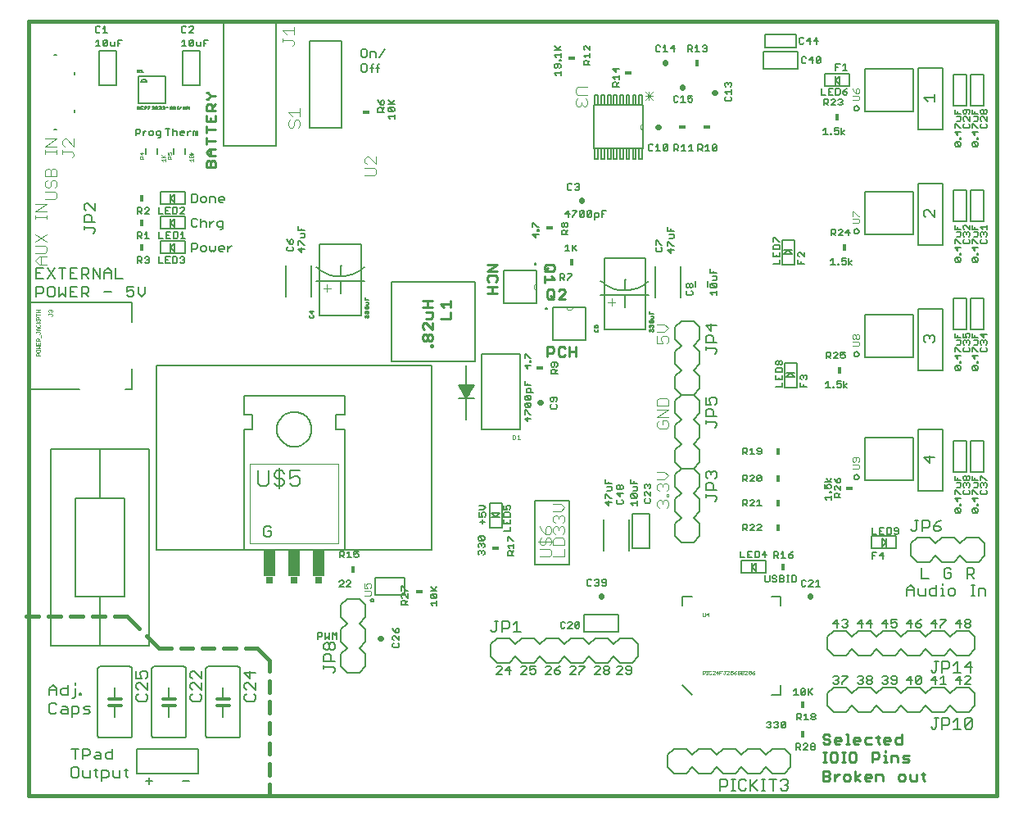
<source format=gto>
G75*
G70*
%OFA0B0*%
%FSLAX24Y24*%
%IPPOS*%
%LPD*%
%AMOC8*
5,1,8,0,0,1.08239X$1,22.5*
%
%ADD10C,0.0060*%
%ADD11C,0.0110*%
%ADD12C,0.0100*%
%ADD13C,0.0080*%
%ADD14C,0.0160*%
%ADD15C,0.0050*%
%ADD16R,0.0180X0.0300*%
%ADD17C,0.0010*%
%ADD18C,0.0040*%
%ADD19R,0.0300X0.0180*%
%ADD20C,0.0000*%
%ADD21C,0.0030*%
%ADD22C,0.0220*%
%ADD23C,0.0020*%
%ADD24R,0.0300X0.0250*%
%ADD25R,0.0500X0.1100*%
%ADD26C,0.0070*%
%ADD27C,0.0120*%
D10*
X004600Y030160D02*
X005800Y030160D01*
X005817Y030162D01*
X005834Y030166D01*
X005850Y030173D01*
X005864Y030183D01*
X005877Y030196D01*
X005887Y030210D01*
X005894Y030226D01*
X005898Y030243D01*
X005900Y030260D01*
X005900Y032960D01*
X005898Y032977D01*
X005894Y032994D01*
X005887Y033010D01*
X005877Y033024D01*
X005864Y033037D01*
X005850Y033047D01*
X005834Y033054D01*
X005817Y033058D01*
X005800Y033060D01*
X004600Y033060D01*
X004583Y033058D01*
X004566Y033054D01*
X004550Y033047D01*
X004536Y033037D01*
X004523Y033024D01*
X004513Y033010D01*
X004506Y032994D01*
X004502Y032977D01*
X004500Y032960D01*
X004500Y030260D01*
X004502Y030243D01*
X004506Y030226D01*
X004513Y030210D01*
X004523Y030196D01*
X004536Y030183D01*
X004550Y030173D01*
X004566Y030166D01*
X004583Y030162D01*
X004600Y030160D01*
X005200Y031010D02*
X005200Y031480D01*
X005200Y031730D02*
X005200Y032210D01*
X006700Y032960D02*
X006700Y030260D01*
X006702Y030243D01*
X006706Y030226D01*
X006713Y030210D01*
X006723Y030196D01*
X006736Y030183D01*
X006750Y030173D01*
X006766Y030166D01*
X006783Y030162D01*
X006800Y030160D01*
X008000Y030160D01*
X008017Y030162D01*
X008034Y030166D01*
X008050Y030173D01*
X008064Y030183D01*
X008077Y030196D01*
X008087Y030210D01*
X008094Y030226D01*
X008098Y030243D01*
X008100Y030260D01*
X008100Y032960D01*
X008098Y032977D01*
X008094Y032994D01*
X008087Y033010D01*
X008077Y033024D01*
X008064Y033037D01*
X008050Y033047D01*
X008034Y033054D01*
X008017Y033058D01*
X008000Y033060D01*
X006800Y033060D01*
X006783Y033058D01*
X006766Y033054D01*
X006750Y033047D01*
X006736Y033037D01*
X006723Y033024D01*
X006713Y033010D01*
X006706Y032994D01*
X006702Y032977D01*
X006700Y032960D01*
X007400Y032210D02*
X007400Y031730D01*
X007400Y031480D02*
X007400Y031010D01*
X008900Y030260D02*
X008900Y032960D01*
X008902Y032977D01*
X008906Y032994D01*
X008913Y033010D01*
X008923Y033024D01*
X008936Y033037D01*
X008950Y033047D01*
X008966Y033054D01*
X008983Y033058D01*
X009000Y033060D01*
X010200Y033060D01*
X010217Y033058D01*
X010234Y033054D01*
X010250Y033047D01*
X010264Y033037D01*
X010277Y033024D01*
X010287Y033010D01*
X010294Y032994D01*
X010298Y032977D01*
X010300Y032960D01*
X010300Y030260D01*
X010298Y030243D01*
X010294Y030226D01*
X010287Y030210D01*
X010277Y030196D01*
X010264Y030183D01*
X010250Y030173D01*
X010234Y030166D01*
X010217Y030162D01*
X010200Y030160D01*
X009000Y030160D01*
X008983Y030162D01*
X008966Y030166D01*
X008950Y030173D01*
X008936Y030183D01*
X008923Y030196D01*
X008913Y030210D01*
X008906Y030226D01*
X008902Y030243D01*
X008900Y030260D01*
X009600Y031010D02*
X009600Y031480D01*
X009600Y031730D02*
X009600Y032210D01*
X013470Y034180D02*
X013470Y034440D01*
X013600Y034440D01*
X013643Y034397D01*
X013643Y034310D01*
X013600Y034267D01*
X013470Y034267D01*
X013765Y034180D02*
X013851Y034267D01*
X013938Y034180D01*
X013938Y034440D01*
X014059Y034440D02*
X014146Y034353D01*
X014233Y034440D01*
X014233Y034180D01*
X014059Y034180D02*
X014059Y034440D01*
X013765Y034440D02*
X013765Y034180D01*
X014340Y036300D02*
X014513Y036473D01*
X014513Y036517D01*
X014470Y036560D01*
X014383Y036560D01*
X014340Y036517D01*
X014340Y036300D02*
X014513Y036300D01*
X014635Y036300D02*
X014808Y036473D01*
X014808Y036517D01*
X014765Y036560D01*
X014678Y036560D01*
X014635Y036517D01*
X014635Y036300D02*
X014808Y036300D01*
X014818Y037490D02*
X014645Y037490D01*
X014731Y037490D02*
X014731Y037750D01*
X014645Y037663D01*
X014523Y037620D02*
X014480Y037577D01*
X014350Y037577D01*
X014437Y037577D02*
X014523Y037490D01*
X014523Y037620D02*
X014523Y037707D01*
X014480Y037750D01*
X014350Y037750D01*
X014350Y037490D01*
X014939Y037533D02*
X014983Y037490D01*
X015069Y037490D01*
X015113Y037533D01*
X015113Y037620D01*
X015069Y037663D01*
X015026Y037663D01*
X014939Y037620D01*
X014939Y037750D01*
X015113Y037750D01*
X016860Y036323D02*
X016903Y036323D01*
X017077Y036149D01*
X017120Y036149D01*
X017120Y036028D02*
X017120Y035854D01*
X016947Y036028D01*
X016903Y036028D01*
X016860Y035985D01*
X016860Y035898D01*
X016903Y035854D01*
X016903Y035733D02*
X016990Y035733D01*
X017033Y035690D01*
X017033Y035560D01*
X017033Y035647D02*
X017120Y035733D01*
X017120Y035560D02*
X016860Y035560D01*
X016860Y035690D01*
X016903Y035733D01*
X016860Y036149D02*
X016860Y036323D01*
X018050Y036313D02*
X018223Y036139D01*
X018180Y036183D02*
X018310Y036313D01*
X018310Y036139D02*
X018050Y036139D01*
X018093Y036018D02*
X018267Y035844D01*
X018310Y035888D01*
X018310Y035975D01*
X018267Y036018D01*
X018093Y036018D01*
X018050Y035975D01*
X018050Y035888D01*
X018093Y035844D01*
X018267Y035844D01*
X018310Y035723D02*
X018310Y035550D01*
X018310Y035637D02*
X018050Y035637D01*
X018137Y035550D01*
X016770Y034559D02*
X016727Y034603D01*
X016683Y034603D01*
X016640Y034559D01*
X016640Y034429D01*
X016727Y034429D01*
X016770Y034473D01*
X016770Y034559D01*
X016640Y034429D02*
X016553Y034516D01*
X016510Y034603D01*
X016553Y034308D02*
X016510Y034265D01*
X016510Y034178D01*
X016553Y034134D01*
X016553Y034013D02*
X016510Y033970D01*
X016510Y033883D01*
X016553Y033840D01*
X016727Y033840D01*
X016770Y033883D01*
X016770Y033970D01*
X016727Y034013D01*
X016770Y034134D02*
X016597Y034308D01*
X016553Y034308D01*
X016770Y034308D02*
X016770Y034134D01*
X020033Y037596D02*
X019990Y037639D01*
X019990Y037726D01*
X020033Y037769D01*
X020077Y037769D01*
X020120Y037726D01*
X020163Y037769D01*
X020207Y037769D01*
X020250Y037726D01*
X020250Y037639D01*
X020207Y037596D01*
X020120Y037683D02*
X020120Y037726D01*
X020207Y037891D02*
X020250Y037934D01*
X020250Y038021D01*
X020207Y038064D01*
X020163Y038064D01*
X020120Y038021D01*
X020120Y037977D01*
X020120Y038021D02*
X020077Y038064D01*
X020033Y038064D01*
X019990Y038021D01*
X019990Y037934D01*
X020033Y037891D01*
X020033Y038185D02*
X019990Y038229D01*
X019990Y038315D01*
X020033Y038359D01*
X020207Y038185D01*
X020250Y038229D01*
X020250Y038315D01*
X020207Y038359D01*
X020033Y038359D01*
X020033Y038185D02*
X020207Y038185D01*
X020160Y038856D02*
X020160Y039029D01*
X020160Y039151D02*
X020117Y039237D01*
X020117Y039281D01*
X020160Y039324D01*
X020247Y039324D01*
X020290Y039281D01*
X020290Y039194D01*
X020247Y039151D01*
X020160Y039151D02*
X020030Y039151D01*
X020030Y039324D01*
X020030Y039445D02*
X020203Y039445D01*
X020290Y039532D01*
X020203Y039619D01*
X020030Y039619D01*
X020073Y038943D02*
X020247Y038943D01*
X021030Y039029D02*
X021030Y038856D01*
X021290Y038856D01*
X021290Y039029D01*
X021290Y039151D02*
X021290Y039281D01*
X021247Y039324D01*
X021073Y039324D01*
X021030Y039281D01*
X021030Y039151D01*
X021290Y039151D01*
X021160Y038943D02*
X021160Y038856D01*
X021290Y038735D02*
X021290Y038561D01*
X021030Y038561D01*
X021180Y038349D02*
X021223Y038349D01*
X021397Y038175D01*
X021440Y038175D01*
X021440Y038054D02*
X021440Y037881D01*
X021440Y037967D02*
X021180Y037967D01*
X021267Y037881D01*
X021310Y037759D02*
X021353Y037716D01*
X021353Y037586D01*
X021353Y037673D02*
X021440Y037759D01*
X021310Y037759D02*
X021223Y037759D01*
X021180Y037716D01*
X021180Y037586D01*
X021440Y037586D01*
X021180Y038175D02*
X021180Y038349D01*
X021160Y039445D02*
X021030Y039445D01*
X021030Y039619D01*
X021117Y039575D02*
X021160Y039619D01*
X021247Y039619D01*
X021290Y039575D01*
X021290Y039489D01*
X021247Y039445D01*
X021160Y039445D02*
X021117Y039532D01*
X021117Y039575D01*
X022010Y043022D02*
X021880Y043152D01*
X022140Y043152D01*
X022010Y043195D02*
X022010Y043022D01*
X022097Y043317D02*
X022140Y043317D01*
X022097Y043317D02*
X021923Y043490D01*
X021880Y043490D01*
X021880Y043317D01*
X021923Y043611D02*
X021880Y043655D01*
X021880Y043741D01*
X021923Y043785D01*
X022097Y043611D01*
X022140Y043655D01*
X022140Y043741D01*
X022097Y043785D01*
X021923Y043785D01*
X021923Y043906D02*
X021880Y043949D01*
X021880Y044036D01*
X021923Y044079D01*
X022097Y043906D01*
X022140Y043949D01*
X022140Y044036D01*
X022097Y044079D01*
X021923Y044079D01*
X021967Y044201D02*
X021967Y044331D01*
X022010Y044374D01*
X022097Y044374D01*
X022140Y044331D01*
X022140Y044201D01*
X022227Y044201D02*
X021967Y044201D01*
X022010Y044495D02*
X022010Y044582D01*
X022140Y044495D02*
X021880Y044495D01*
X021880Y044669D01*
X022010Y045160D02*
X021880Y045290D01*
X022140Y045290D01*
X022010Y045333D02*
X022010Y045160D01*
X022097Y045454D02*
X022097Y045498D01*
X022140Y045498D01*
X022140Y045454D01*
X022097Y045454D01*
X022097Y045602D02*
X022140Y045602D01*
X022097Y045602D02*
X021923Y045775D01*
X021880Y045775D01*
X021880Y045602D01*
X022960Y045385D02*
X022960Y045298D01*
X023003Y045254D01*
X023047Y045254D01*
X023090Y045298D01*
X023090Y045428D01*
X023177Y045428D02*
X023003Y045428D01*
X022960Y045385D01*
X023177Y045428D02*
X023220Y045385D01*
X023220Y045298D01*
X023177Y045254D01*
X023220Y045133D02*
X023133Y045047D01*
X023133Y045090D02*
X023133Y044960D01*
X023220Y044960D02*
X022960Y044960D01*
X022960Y045090D01*
X023003Y045133D01*
X023090Y045133D01*
X023133Y045090D01*
X023147Y044019D02*
X022973Y044019D01*
X022930Y043975D01*
X022930Y043889D01*
X022973Y043845D01*
X023017Y043845D01*
X023060Y043889D01*
X023060Y044019D01*
X023147Y044019D02*
X023190Y043975D01*
X023190Y043889D01*
X023147Y043845D01*
X023147Y043724D02*
X023190Y043681D01*
X023190Y043594D01*
X023147Y043551D01*
X022973Y043551D01*
X022930Y043594D01*
X022930Y043681D01*
X022973Y043724D01*
X022097Y043611D02*
X021923Y043611D01*
X021923Y043906D02*
X022097Y043906D01*
X023030Y046340D02*
X023030Y047680D01*
X023580Y047680D01*
X023820Y047680D01*
X024370Y047680D01*
X024370Y046340D01*
X023030Y046340D01*
X022800Y047620D02*
X022799Y047629D01*
X022794Y047638D01*
X022788Y047644D01*
X022779Y047649D01*
X022770Y047650D01*
X022761Y047649D01*
X022752Y047644D01*
X022746Y047638D01*
X022741Y047629D01*
X022740Y047620D01*
X022741Y047611D01*
X022746Y047602D01*
X022752Y047596D01*
X022761Y047591D01*
X022770Y047590D01*
X022779Y047591D01*
X022788Y047596D01*
X022794Y047602D01*
X022799Y047611D01*
X022800Y047620D01*
X022799Y047629D01*
X022794Y047638D01*
X022788Y047644D01*
X022779Y047649D01*
X022770Y047650D01*
X022761Y047649D01*
X022752Y047644D01*
X022746Y047638D01*
X022741Y047629D01*
X022740Y047620D01*
X022741Y047611D01*
X022746Y047602D01*
X022752Y047596D01*
X022761Y047591D01*
X022770Y047590D01*
X022779Y047591D01*
X022788Y047596D01*
X022794Y047602D01*
X022799Y047611D01*
X022800Y047620D01*
X022370Y047840D02*
X022370Y048390D01*
X022370Y048630D01*
X022370Y049180D01*
X021030Y049180D01*
X021030Y047840D01*
X022370Y047840D01*
X023321Y048770D02*
X023321Y049030D01*
X023451Y049030D01*
X023494Y048987D01*
X023494Y048900D01*
X023451Y048857D01*
X023321Y048857D01*
X023407Y048857D02*
X023494Y048770D01*
X023615Y048770D02*
X023615Y048813D01*
X023789Y048987D01*
X023789Y049030D01*
X023615Y049030D01*
X023617Y049960D02*
X023617Y050220D01*
X023531Y050133D01*
X023531Y049960D02*
X023704Y049960D01*
X023825Y049960D02*
X023825Y050220D01*
X023869Y050090D02*
X023999Y049960D01*
X023825Y050047D02*
X023999Y050220D01*
X023640Y050631D02*
X023380Y050631D01*
X023380Y050761D01*
X023423Y050804D01*
X023510Y050804D01*
X023553Y050761D01*
X023553Y050631D01*
X023553Y050717D02*
X023640Y050804D01*
X023597Y050925D02*
X023553Y050925D01*
X023510Y050969D01*
X023510Y051055D01*
X023553Y051099D01*
X023597Y051099D01*
X023640Y051055D01*
X023640Y050969D01*
X023597Y050925D01*
X023510Y050969D02*
X023467Y050925D01*
X023423Y050925D01*
X023380Y050969D01*
X023380Y051055D01*
X023423Y051099D01*
X023467Y051099D01*
X023510Y051055D01*
X023670Y051340D02*
X023670Y051600D01*
X023540Y051470D01*
X023713Y051470D01*
X023835Y051383D02*
X023835Y051340D01*
X023835Y051383D02*
X024008Y051557D01*
X024008Y051600D01*
X023835Y051600D01*
X024129Y051557D02*
X024173Y051600D01*
X024259Y051600D01*
X024303Y051557D01*
X024129Y051383D01*
X024173Y051340D01*
X024259Y051340D01*
X024303Y051383D01*
X024303Y051557D01*
X024424Y051557D02*
X024467Y051600D01*
X024554Y051600D01*
X024597Y051557D01*
X024424Y051383D01*
X024467Y051340D01*
X024554Y051340D01*
X024597Y051383D01*
X024597Y051557D01*
X024719Y051513D02*
X024849Y051513D01*
X024892Y051470D01*
X024892Y051383D01*
X024849Y051340D01*
X024719Y051340D01*
X024719Y051253D02*
X024719Y051513D01*
X025013Y051470D02*
X025100Y051470D01*
X025013Y051600D02*
X025187Y051600D01*
X025013Y051600D02*
X025013Y051340D01*
X024424Y051383D02*
X024424Y051557D01*
X024129Y051557D02*
X024129Y051383D01*
X024055Y052440D02*
X023968Y052440D01*
X023925Y052483D01*
X023803Y052483D02*
X023760Y052440D01*
X023673Y052440D01*
X023630Y052483D01*
X023630Y052657D01*
X023673Y052700D01*
X023760Y052700D01*
X023803Y052657D01*
X023925Y052657D02*
X023968Y052700D01*
X024055Y052700D01*
X024098Y052657D01*
X024098Y052613D01*
X024055Y052570D01*
X024098Y052527D01*
X024098Y052483D01*
X024055Y052440D01*
X024055Y052570D02*
X024011Y052570D01*
X024740Y053710D02*
X024860Y053710D01*
X024860Y054130D01*
X024740Y054130D01*
X024740Y053710D01*
X025000Y053710D02*
X025000Y054130D01*
X025120Y054130D01*
X025120Y053710D01*
X025000Y053710D01*
X025260Y053710D02*
X025260Y054130D01*
X025380Y054130D01*
X025380Y053710D01*
X025260Y053710D01*
X025510Y053710D02*
X025630Y053710D01*
X025630Y054130D01*
X025510Y054130D01*
X025510Y053710D01*
X025770Y053710D02*
X025770Y054130D01*
X025890Y054130D01*
X025890Y053710D01*
X025770Y053710D01*
X026020Y053710D02*
X026140Y053710D01*
X026140Y054130D01*
X026020Y054130D01*
X026020Y053710D01*
X026280Y053710D02*
X026280Y054130D01*
X026400Y054130D01*
X026400Y053710D01*
X026280Y053710D01*
X026540Y053710D02*
X026540Y054130D01*
X026660Y054130D01*
X026660Y053710D01*
X026540Y053710D01*
X026700Y054130D02*
X026700Y055130D01*
X026700Y055890D01*
X024700Y055890D01*
X024700Y054130D01*
X026700Y054130D01*
X026930Y054083D02*
X026973Y054040D01*
X027060Y054040D01*
X027103Y054083D01*
X027225Y054040D02*
X027398Y054040D01*
X027311Y054040D02*
X027311Y054300D01*
X027225Y054213D01*
X027103Y054257D02*
X027060Y054300D01*
X026973Y054300D01*
X026930Y054257D01*
X026930Y054083D01*
X027519Y054083D02*
X027693Y054257D01*
X027693Y054083D01*
X027649Y054040D01*
X027563Y054040D01*
X027519Y054083D01*
X027519Y054257D01*
X027563Y054300D01*
X027649Y054300D01*
X027693Y054257D01*
X027970Y054290D02*
X028100Y054290D01*
X028143Y054247D01*
X028143Y054160D01*
X028100Y054117D01*
X027970Y054117D01*
X028057Y054117D02*
X028143Y054030D01*
X028265Y054030D02*
X028438Y054030D01*
X028351Y054030D02*
X028351Y054290D01*
X028265Y054203D01*
X028559Y054203D02*
X028646Y054290D01*
X028646Y054030D01*
X028559Y054030D02*
X028733Y054030D01*
X028940Y054030D02*
X028940Y054290D01*
X029070Y054290D01*
X029113Y054247D01*
X029113Y054160D01*
X029070Y054117D01*
X028940Y054117D01*
X029027Y054117D02*
X029113Y054030D01*
X029235Y054030D02*
X029408Y054030D01*
X029321Y054030D02*
X029321Y054290D01*
X029235Y054203D01*
X029529Y054247D02*
X029573Y054290D01*
X029659Y054290D01*
X029703Y054247D01*
X029529Y054073D01*
X029573Y054030D01*
X029659Y054030D01*
X029703Y054073D01*
X029703Y054247D01*
X029529Y054247D02*
X029529Y054073D01*
X030073Y056056D02*
X030247Y056056D01*
X030290Y056099D01*
X030290Y056186D01*
X030247Y056229D01*
X030290Y056351D02*
X030290Y056524D01*
X030290Y056437D02*
X030030Y056437D01*
X030117Y056351D01*
X030073Y056229D02*
X030030Y056186D01*
X030030Y056099D01*
X030073Y056056D01*
X030073Y056645D02*
X030030Y056689D01*
X030030Y056775D01*
X030073Y056819D01*
X030117Y056819D01*
X030160Y056775D01*
X030203Y056819D01*
X030247Y056819D01*
X030290Y056775D01*
X030290Y056689D01*
X030247Y056645D01*
X030160Y056732D02*
X030160Y056775D01*
X029245Y058070D02*
X029159Y058070D01*
X029115Y058113D01*
X029202Y058200D02*
X029245Y058200D01*
X029289Y058157D01*
X029289Y058113D01*
X029245Y058070D01*
X029245Y058200D02*
X029289Y058243D01*
X029289Y058287D01*
X029245Y058330D01*
X029159Y058330D01*
X029115Y058287D01*
X028907Y058330D02*
X028907Y058070D01*
X028821Y058070D02*
X028994Y058070D01*
X028821Y058243D02*
X028907Y058330D01*
X028700Y058287D02*
X028700Y058200D01*
X028656Y058157D01*
X028526Y058157D01*
X028613Y058157D02*
X028700Y058070D01*
X028526Y058070D02*
X028526Y058330D01*
X028656Y058330D01*
X028700Y058287D01*
X027989Y058200D02*
X027815Y058200D01*
X027945Y058330D01*
X027945Y058070D01*
X027694Y058070D02*
X027521Y058070D01*
X027607Y058070D02*
X027607Y058330D01*
X027521Y058243D01*
X027400Y058287D02*
X027356Y058330D01*
X027269Y058330D01*
X027226Y058287D01*
X027226Y058113D01*
X027269Y058070D01*
X027356Y058070D01*
X027400Y058113D01*
X027989Y056280D02*
X027946Y056237D01*
X027946Y056063D01*
X027989Y056020D01*
X028076Y056020D01*
X028120Y056063D01*
X028241Y056020D02*
X028414Y056020D01*
X028327Y056020D02*
X028327Y056280D01*
X028241Y056193D01*
X028120Y056237D02*
X028076Y056280D01*
X027989Y056280D01*
X028535Y056280D02*
X028535Y056150D01*
X028622Y056193D01*
X028665Y056193D01*
X028709Y056150D01*
X028709Y056063D01*
X028665Y056020D01*
X028579Y056020D01*
X028535Y056063D01*
X028535Y056280D02*
X028709Y056280D01*
X027970Y054290D02*
X027970Y054030D01*
X026660Y055890D02*
X026660Y056310D01*
X026540Y056310D01*
X026540Y055890D01*
X026660Y055890D01*
X026400Y055890D02*
X026400Y056310D01*
X026280Y056310D01*
X026280Y055890D01*
X026400Y055890D01*
X026140Y055890D02*
X026140Y056310D01*
X026020Y056310D01*
X026020Y055890D01*
X026140Y055890D01*
X025890Y055890D02*
X025890Y056310D01*
X025770Y056310D01*
X025770Y055890D01*
X025890Y055890D01*
X025630Y055890D02*
X025630Y056310D01*
X025510Y056310D01*
X025510Y055890D01*
X025630Y055890D01*
X025380Y055890D02*
X025380Y056310D01*
X025260Y056310D01*
X025260Y055890D01*
X025380Y055890D01*
X025120Y055890D02*
X025120Y056310D01*
X025000Y056310D01*
X025000Y055890D01*
X025120Y055890D01*
X024860Y055890D02*
X024860Y056310D01*
X024740Y056310D01*
X024740Y055890D01*
X024860Y055890D01*
X025470Y056650D02*
X025470Y056780D01*
X025513Y056823D01*
X025600Y056823D01*
X025643Y056780D01*
X025643Y056650D01*
X025643Y056737D02*
X025730Y056823D01*
X025730Y056944D02*
X025730Y057118D01*
X025730Y057031D02*
X025470Y057031D01*
X025557Y056944D01*
X025600Y057239D02*
X025600Y057413D01*
X025730Y057369D02*
X025470Y057369D01*
X025600Y057239D01*
X025730Y056650D02*
X025470Y056650D01*
X024540Y057536D02*
X024280Y057536D01*
X024280Y057666D01*
X024323Y057709D01*
X024410Y057709D01*
X024453Y057666D01*
X024453Y057536D01*
X024453Y057623D02*
X024540Y057709D01*
X024540Y057831D02*
X024540Y058004D01*
X024540Y057917D02*
X024280Y057917D01*
X024367Y057831D01*
X024323Y058125D02*
X024280Y058169D01*
X024280Y058255D01*
X024323Y058299D01*
X024367Y058299D01*
X024540Y058125D01*
X024540Y058299D01*
X023350Y058309D02*
X023220Y058179D01*
X023263Y058135D02*
X023090Y058309D01*
X023090Y058135D02*
X023350Y058135D01*
X023350Y058014D02*
X023350Y057841D01*
X023350Y057927D02*
X023090Y057927D01*
X023177Y057841D01*
X023307Y057737D02*
X023350Y057737D01*
X023350Y057693D01*
X023307Y057693D01*
X023307Y057737D01*
X023307Y057572D02*
X023133Y057572D01*
X023090Y057529D01*
X023090Y057442D01*
X023133Y057399D01*
X023177Y057399D01*
X023220Y057442D01*
X023220Y057572D01*
X023307Y057572D02*
X023350Y057529D01*
X023350Y057442D01*
X023307Y057399D01*
X023350Y057277D02*
X023350Y057104D01*
X023350Y057191D02*
X023090Y057191D01*
X023177Y057104D01*
X022233Y051109D02*
X022407Y050935D01*
X022450Y050935D01*
X022450Y050831D02*
X022450Y050788D01*
X022407Y050788D01*
X022407Y050831D01*
X022450Y050831D01*
X022450Y050623D02*
X022190Y050623D01*
X022320Y050493D01*
X022320Y050667D01*
X022190Y050935D02*
X022190Y051109D01*
X022233Y051109D01*
X022310Y049470D02*
X022319Y049469D01*
X022328Y049464D01*
X022334Y049458D01*
X022339Y049449D01*
X022340Y049440D01*
X022339Y049431D01*
X022334Y049422D01*
X022328Y049416D01*
X022319Y049411D01*
X022310Y049410D01*
X022301Y049411D01*
X022292Y049416D01*
X022286Y049422D01*
X022281Y049431D01*
X022280Y049440D01*
X022281Y049449D01*
X022286Y049458D01*
X022292Y049464D01*
X022301Y049469D01*
X022310Y049470D01*
X022319Y049469D01*
X022328Y049464D01*
X022334Y049458D01*
X022339Y049449D01*
X022340Y049440D01*
X022339Y049431D01*
X022334Y049422D01*
X022328Y049416D01*
X022319Y049411D01*
X022310Y049410D01*
X022301Y049411D01*
X022292Y049416D01*
X022286Y049422D01*
X022281Y049431D01*
X022280Y049440D01*
X022281Y049449D01*
X022286Y049458D01*
X022292Y049464D01*
X022301Y049469D01*
X022310Y049470D01*
X027213Y049968D02*
X027256Y049925D01*
X027430Y049925D01*
X027473Y049968D01*
X027473Y050055D01*
X027430Y050098D01*
X027430Y050220D02*
X027473Y050220D01*
X027430Y050220D02*
X027256Y050393D01*
X027213Y050393D01*
X027213Y050220D01*
X027256Y050098D02*
X027213Y050055D01*
X027213Y049968D01*
X027685Y050016D02*
X027815Y049886D01*
X027815Y050059D01*
X027685Y050016D02*
X027946Y050016D01*
X027946Y050180D02*
X027902Y050180D01*
X027729Y050354D01*
X027685Y050354D01*
X027685Y050180D01*
X027772Y050475D02*
X027902Y050475D01*
X027946Y050518D01*
X027946Y050648D01*
X027772Y050648D01*
X027815Y050769D02*
X027815Y050856D01*
X027685Y050769D02*
X027946Y050769D01*
X027685Y050769D02*
X027685Y050943D01*
X028498Y048638D02*
X028542Y048638D01*
X028585Y048595D01*
X028585Y048508D01*
X028542Y048464D01*
X028498Y048464D01*
X028455Y048508D01*
X028455Y048595D01*
X028498Y048638D01*
X028585Y048595D02*
X028628Y048638D01*
X028672Y048638D01*
X028715Y048595D01*
X028715Y048508D01*
X028672Y048464D01*
X028628Y048464D01*
X028585Y048508D01*
X028672Y048343D02*
X028715Y048300D01*
X028715Y048213D01*
X028672Y048170D01*
X028498Y048170D01*
X028455Y048213D01*
X028455Y048300D01*
X028498Y048343D01*
X028844Y048512D02*
X028844Y048748D01*
X029316Y048748D02*
X029316Y048512D01*
X029430Y048518D02*
X029430Y048605D01*
X029473Y048648D01*
X029647Y048474D01*
X029690Y048518D01*
X029690Y048605D01*
X029647Y048648D01*
X029473Y048648D01*
X029517Y048769D02*
X029647Y048769D01*
X029690Y048813D01*
X029690Y048943D01*
X029517Y048943D01*
X029560Y049064D02*
X029560Y049151D01*
X029430Y049237D02*
X029430Y049064D01*
X029690Y049064D01*
X029647Y048474D02*
X029473Y048474D01*
X029430Y048518D01*
X029430Y048267D02*
X029690Y048267D01*
X029690Y048353D02*
X029690Y048180D01*
X029517Y048180D02*
X029430Y048267D01*
X032010Y049440D02*
X032270Y049440D01*
X032270Y049613D01*
X032270Y049734D02*
X032270Y049908D01*
X032270Y050029D02*
X032270Y050159D01*
X032227Y050203D01*
X032053Y050203D01*
X032010Y050159D01*
X032010Y050029D01*
X032270Y050029D01*
X032140Y049821D02*
X032140Y049734D01*
X032010Y049734D02*
X032270Y049734D01*
X032010Y049734D02*
X032010Y049908D01*
X032010Y050324D02*
X032010Y050497D01*
X032053Y050497D01*
X032227Y050324D01*
X032270Y050324D01*
X033010Y049865D02*
X033010Y049778D01*
X033053Y049734D01*
X033010Y049613D02*
X033010Y049440D01*
X033270Y049440D01*
X033140Y049440D02*
X033140Y049527D01*
X033270Y049734D02*
X033097Y049908D01*
X033053Y049908D01*
X033010Y049865D01*
X033270Y049908D02*
X033270Y049734D01*
X034340Y049573D02*
X034427Y049660D01*
X034427Y049400D01*
X034513Y049400D02*
X034340Y049400D01*
X034635Y049400D02*
X034678Y049400D01*
X034678Y049443D01*
X034635Y049443D01*
X034635Y049400D01*
X034782Y049443D02*
X034825Y049400D01*
X034912Y049400D01*
X034955Y049443D01*
X034955Y049530D01*
X034912Y049573D01*
X034869Y049573D01*
X034782Y049530D01*
X034782Y049660D01*
X034955Y049660D01*
X035077Y049660D02*
X035077Y049400D01*
X035077Y049487D02*
X035207Y049573D01*
X035077Y049487D02*
X035207Y049400D01*
X035069Y050590D02*
X035069Y050850D01*
X034939Y050720D01*
X035113Y050720D01*
X034818Y050763D02*
X034818Y050807D01*
X034775Y050850D01*
X034688Y050850D01*
X034645Y050807D01*
X034523Y050807D02*
X034523Y050720D01*
X034480Y050677D01*
X034350Y050677D01*
X034437Y050677D02*
X034523Y050590D01*
X034645Y050590D02*
X034818Y050763D01*
X034818Y050590D02*
X034645Y050590D01*
X034523Y050807D02*
X034480Y050850D01*
X034350Y050850D01*
X034350Y050590D01*
X034378Y054700D02*
X034335Y054700D01*
X034335Y054743D01*
X034378Y054743D01*
X034378Y054700D01*
X034482Y054743D02*
X034525Y054700D01*
X034612Y054700D01*
X034655Y054743D01*
X034655Y054830D01*
X034612Y054873D01*
X034569Y054873D01*
X034482Y054830D01*
X034482Y054960D01*
X034655Y054960D01*
X034777Y054960D02*
X034777Y054700D01*
X034777Y054787D02*
X034907Y054873D01*
X034777Y054787D02*
X034907Y054700D01*
X034213Y054700D02*
X034040Y054700D01*
X034127Y054700D02*
X034127Y054960D01*
X034040Y054873D01*
X034050Y055890D02*
X034050Y056150D01*
X034180Y056150D01*
X034223Y056107D01*
X034223Y056020D01*
X034180Y055977D01*
X034050Y055977D01*
X034137Y055977D02*
X034223Y055890D01*
X034345Y055890D02*
X034518Y056063D01*
X034518Y056107D01*
X034475Y056150D01*
X034388Y056150D01*
X034345Y056107D01*
X034345Y055890D02*
X034518Y055890D01*
X034639Y055933D02*
X034683Y055890D01*
X034769Y055890D01*
X034813Y055933D01*
X034813Y055977D01*
X034769Y056020D01*
X034726Y056020D01*
X034769Y056020D02*
X034813Y056063D01*
X034813Y056107D01*
X034769Y056150D01*
X034683Y056150D01*
X034639Y056107D01*
X034671Y056320D02*
X034714Y056363D01*
X034714Y056537D01*
X034671Y056580D01*
X034541Y056580D01*
X034541Y056320D01*
X034671Y056320D01*
X034835Y056363D02*
X034879Y056320D01*
X034965Y056320D01*
X035009Y056363D01*
X035009Y056407D01*
X034965Y056450D01*
X034835Y056450D01*
X034835Y056363D01*
X034835Y056450D02*
X034922Y056537D01*
X035009Y056580D01*
X034420Y056580D02*
X034246Y056580D01*
X034246Y056320D01*
X034420Y056320D01*
X034333Y056450D02*
X034246Y056450D01*
X034125Y056320D02*
X033951Y056320D01*
X033951Y056580D01*
X034541Y057320D02*
X034541Y057580D01*
X034714Y057580D01*
X034835Y057493D02*
X034922Y057580D01*
X034922Y057320D01*
X034835Y057320D02*
X035009Y057320D01*
X034627Y057450D02*
X034541Y057450D01*
X033919Y057643D02*
X033875Y057600D01*
X033789Y057600D01*
X033745Y057643D01*
X033919Y057817D01*
X033919Y057643D01*
X033745Y057643D02*
X033745Y057817D01*
X033789Y057860D01*
X033875Y057860D01*
X033919Y057817D01*
X033624Y057730D02*
X033451Y057730D01*
X033581Y057860D01*
X033581Y057600D01*
X033330Y057643D02*
X033286Y057600D01*
X033199Y057600D01*
X033156Y057643D01*
X033156Y057817D01*
X033199Y057860D01*
X033286Y057860D01*
X033330Y057817D01*
X033186Y058380D02*
X033230Y058423D01*
X033186Y058380D02*
X033099Y058380D01*
X033056Y058423D01*
X033056Y058597D01*
X033099Y058640D01*
X033186Y058640D01*
X033230Y058597D01*
X033351Y058510D02*
X033524Y058510D01*
X033645Y058510D02*
X033819Y058510D01*
X033775Y058640D02*
X033645Y058510D01*
X033775Y058380D02*
X033775Y058640D01*
X033481Y058640D02*
X033481Y058380D01*
X033351Y058510D02*
X033481Y058640D01*
X039380Y055719D02*
X039380Y055545D01*
X039640Y055545D01*
X039730Y055589D02*
X039773Y055545D01*
X039817Y055545D01*
X039860Y055589D01*
X039860Y055719D01*
X039947Y055719D02*
X039773Y055719D01*
X039730Y055675D01*
X039730Y055589D01*
X039773Y055424D02*
X039730Y055381D01*
X039730Y055294D01*
X039773Y055251D01*
X039773Y055129D02*
X039730Y055086D01*
X039730Y054999D01*
X039773Y054956D01*
X039947Y054956D01*
X039990Y054999D01*
X039990Y055086D01*
X039947Y055129D01*
X039990Y055251D02*
X039817Y055424D01*
X039773Y055424D01*
X039640Y055424D02*
X039467Y055424D01*
X039510Y055545D02*
X039510Y055632D01*
X039640Y055424D02*
X039640Y055294D01*
X039597Y055251D01*
X039467Y055251D01*
X039423Y055129D02*
X039597Y054956D01*
X039640Y054956D01*
X039640Y054791D02*
X039380Y054791D01*
X039510Y054661D01*
X039510Y054835D01*
X039380Y054956D02*
X039380Y055129D01*
X039423Y055129D01*
X039990Y055251D02*
X039990Y055424D01*
X039947Y055545D02*
X039990Y055589D01*
X039990Y055675D01*
X039947Y055719D01*
X040080Y055719D02*
X040080Y055545D01*
X040340Y055545D01*
X040430Y055589D02*
X040430Y055675D01*
X040473Y055719D01*
X040517Y055719D01*
X040560Y055675D01*
X040560Y055589D01*
X040517Y055545D01*
X040473Y055545D01*
X040430Y055589D01*
X040560Y055589D02*
X040603Y055545D01*
X040647Y055545D01*
X040690Y055589D01*
X040690Y055675D01*
X040647Y055719D01*
X040603Y055719D01*
X040560Y055675D01*
X040517Y055424D02*
X040690Y055251D01*
X040690Y055424D01*
X040517Y055424D02*
X040473Y055424D01*
X040430Y055381D01*
X040430Y055294D01*
X040473Y055251D01*
X040473Y055129D02*
X040430Y055086D01*
X040430Y054999D01*
X040473Y054956D01*
X040647Y054956D01*
X040690Y054999D01*
X040690Y055086D01*
X040647Y055129D01*
X040340Y055294D02*
X040340Y055424D01*
X040167Y055424D01*
X040210Y055545D02*
X040210Y055632D01*
X040340Y055294D02*
X040297Y055251D01*
X040167Y055251D01*
X040123Y055129D02*
X040297Y054956D01*
X040340Y054956D01*
X040340Y054791D02*
X040080Y054791D01*
X040210Y054661D01*
X040210Y054835D01*
X040080Y054956D02*
X040080Y055129D01*
X040123Y055129D01*
X040297Y054557D02*
X040340Y054557D01*
X040340Y054514D01*
X040297Y054514D01*
X040297Y054557D01*
X040297Y054393D02*
X040123Y054393D01*
X040297Y054219D01*
X040340Y054263D01*
X040340Y054349D01*
X040297Y054393D01*
X040297Y054219D02*
X040123Y054219D01*
X040080Y054263D01*
X040080Y054349D01*
X040123Y054393D01*
X039640Y054349D02*
X039640Y054263D01*
X039597Y054219D01*
X039423Y054393D01*
X039597Y054393D01*
X039640Y054349D01*
X039597Y054219D02*
X039423Y054219D01*
X039380Y054263D01*
X039380Y054349D01*
X039423Y054393D01*
X039597Y054514D02*
X039597Y054557D01*
X039640Y054557D01*
X039640Y054514D01*
X039597Y054514D01*
X039773Y051019D02*
X039730Y050975D01*
X039730Y050889D01*
X039773Y050845D01*
X039773Y050724D02*
X039817Y050724D01*
X039860Y050681D01*
X039903Y050724D01*
X039947Y050724D01*
X039990Y050681D01*
X039990Y050594D01*
X039947Y050551D01*
X039947Y050429D02*
X039990Y050386D01*
X039990Y050299D01*
X039947Y050256D01*
X039773Y050256D01*
X039730Y050299D01*
X039730Y050386D01*
X039773Y050429D01*
X039773Y050551D02*
X039730Y050594D01*
X039730Y050681D01*
X039773Y050724D01*
X039860Y050681D02*
X039860Y050637D01*
X039640Y050594D02*
X039597Y050551D01*
X039467Y050551D01*
X039423Y050429D02*
X039597Y050256D01*
X039640Y050256D01*
X039640Y050091D02*
X039380Y050091D01*
X039510Y049961D01*
X039510Y050135D01*
X039380Y050256D02*
X039380Y050429D01*
X039423Y050429D01*
X039640Y050594D02*
X039640Y050724D01*
X039467Y050724D01*
X039510Y050845D02*
X039510Y050932D01*
X039640Y050845D02*
X039380Y050845D01*
X039380Y051019D01*
X039773Y051019D02*
X039817Y051019D01*
X039990Y050845D01*
X039990Y051019D01*
X040080Y051019D02*
X040080Y050845D01*
X040340Y050845D01*
X040340Y050724D02*
X040167Y050724D01*
X040210Y050845D02*
X040210Y050932D01*
X040430Y050932D02*
X040690Y050932D01*
X040690Y050845D02*
X040690Y051019D01*
X040517Y050845D02*
X040430Y050932D01*
X040473Y050724D02*
X040517Y050724D01*
X040560Y050681D01*
X040603Y050724D01*
X040647Y050724D01*
X040690Y050681D01*
X040690Y050594D01*
X040647Y050551D01*
X040647Y050429D02*
X040690Y050386D01*
X040690Y050299D01*
X040647Y050256D01*
X040473Y050256D01*
X040430Y050299D01*
X040430Y050386D01*
X040473Y050429D01*
X040473Y050551D02*
X040430Y050594D01*
X040430Y050681D01*
X040473Y050724D01*
X040560Y050681D02*
X040560Y050637D01*
X040340Y050594D02*
X040297Y050551D01*
X040167Y050551D01*
X040123Y050429D02*
X040297Y050256D01*
X040340Y050256D01*
X040340Y050091D02*
X040080Y050091D01*
X040210Y049961D01*
X040210Y050135D01*
X040080Y050256D02*
X040080Y050429D01*
X040123Y050429D01*
X040340Y050594D02*
X040340Y050724D01*
X040340Y049857D02*
X040340Y049814D01*
X040297Y049814D01*
X040297Y049857D01*
X040340Y049857D01*
X040297Y049693D02*
X040340Y049649D01*
X040340Y049563D01*
X040297Y049519D01*
X040123Y049693D01*
X040297Y049693D01*
X040297Y049519D02*
X040123Y049519D01*
X040080Y049563D01*
X040080Y049649D01*
X040123Y049693D01*
X039640Y049649D02*
X039640Y049563D01*
X039597Y049519D01*
X039423Y049693D01*
X039597Y049693D01*
X039640Y049649D01*
X039597Y049519D02*
X039423Y049519D01*
X039380Y049563D01*
X039380Y049649D01*
X039423Y049693D01*
X039597Y049814D02*
X039597Y049857D01*
X039640Y049857D01*
X039640Y049814D01*
X039597Y049814D01*
X039730Y046619D02*
X039730Y046445D01*
X039860Y046445D01*
X039817Y046532D01*
X039817Y046575D01*
X039860Y046619D01*
X039947Y046619D01*
X039990Y046575D01*
X039990Y046489D01*
X039947Y046445D01*
X039947Y046324D02*
X039990Y046281D01*
X039990Y046194D01*
X039947Y046151D01*
X039947Y046029D02*
X039990Y045986D01*
X039990Y045899D01*
X039947Y045856D01*
X039773Y045856D01*
X039730Y045899D01*
X039730Y045986D01*
X039773Y046029D01*
X039773Y046151D02*
X039730Y046194D01*
X039730Y046281D01*
X039773Y046324D01*
X039817Y046324D01*
X039860Y046281D01*
X039903Y046324D01*
X039947Y046324D01*
X039860Y046281D02*
X039860Y046237D01*
X039640Y046194D02*
X039640Y046324D01*
X039467Y046324D01*
X039510Y046445D02*
X039510Y046532D01*
X039640Y046445D02*
X039380Y046445D01*
X039380Y046619D01*
X039467Y046151D02*
X039597Y046151D01*
X039640Y046194D01*
X039423Y046029D02*
X039597Y045856D01*
X039640Y045856D01*
X039640Y045691D02*
X039380Y045691D01*
X039510Y045561D01*
X039510Y045735D01*
X039380Y045856D02*
X039380Y046029D01*
X039423Y046029D01*
X039597Y045457D02*
X039640Y045457D01*
X039640Y045414D01*
X039597Y045414D01*
X039597Y045457D01*
X039597Y045293D02*
X039640Y045249D01*
X039640Y045163D01*
X039597Y045119D01*
X039423Y045293D01*
X039597Y045293D01*
X039597Y045119D02*
X039423Y045119D01*
X039380Y045163D01*
X039380Y045249D01*
X039423Y045293D01*
X040080Y045249D02*
X040123Y045293D01*
X040297Y045119D01*
X040340Y045163D01*
X040340Y045249D01*
X040297Y045293D01*
X040123Y045293D01*
X040080Y045249D02*
X040080Y045163D01*
X040123Y045119D01*
X040297Y045119D01*
X040297Y045414D02*
X040297Y045457D01*
X040340Y045457D01*
X040340Y045414D01*
X040297Y045414D01*
X040210Y045561D02*
X040210Y045735D01*
X040340Y045691D02*
X040080Y045691D01*
X040210Y045561D01*
X040297Y045856D02*
X040340Y045856D01*
X040297Y045856D02*
X040123Y046029D01*
X040080Y046029D01*
X040080Y045856D01*
X040167Y046151D02*
X040297Y046151D01*
X040340Y046194D01*
X040340Y046324D01*
X040167Y046324D01*
X040210Y046445D02*
X040210Y046532D01*
X040340Y046445D02*
X040080Y046445D01*
X040080Y046619D01*
X040430Y046575D02*
X040560Y046445D01*
X040560Y046619D01*
X040690Y046575D02*
X040430Y046575D01*
X040473Y046324D02*
X040517Y046324D01*
X040560Y046281D01*
X040603Y046324D01*
X040647Y046324D01*
X040690Y046281D01*
X040690Y046194D01*
X040647Y046151D01*
X040647Y046029D02*
X040690Y045986D01*
X040690Y045899D01*
X040647Y045856D01*
X040473Y045856D01*
X040430Y045899D01*
X040430Y045986D01*
X040473Y046029D01*
X040473Y046151D02*
X040430Y046194D01*
X040430Y046281D01*
X040473Y046324D01*
X040560Y046281D02*
X040560Y046237D01*
X040473Y040819D02*
X040647Y040645D01*
X040690Y040645D01*
X040647Y040524D02*
X040690Y040481D01*
X040690Y040394D01*
X040647Y040351D01*
X040647Y040229D02*
X040690Y040186D01*
X040690Y040099D01*
X040647Y040056D01*
X040473Y040056D01*
X040430Y040099D01*
X040430Y040186D01*
X040473Y040229D01*
X040473Y040351D02*
X040430Y040394D01*
X040430Y040481D01*
X040473Y040524D01*
X040517Y040524D01*
X040560Y040481D01*
X040603Y040524D01*
X040647Y040524D01*
X040560Y040481D02*
X040560Y040437D01*
X040340Y040394D02*
X040340Y040524D01*
X040167Y040524D01*
X040210Y040645D02*
X040210Y040732D01*
X040340Y040645D02*
X040080Y040645D01*
X040080Y040819D01*
X039990Y040775D02*
X039990Y040689D01*
X039947Y040645D01*
X039903Y040645D01*
X039860Y040689D01*
X039860Y040775D01*
X039903Y040819D01*
X039947Y040819D01*
X039990Y040775D01*
X039860Y040775D02*
X039817Y040819D01*
X039773Y040819D01*
X039730Y040775D01*
X039730Y040689D01*
X039773Y040645D01*
X039817Y040645D01*
X039860Y040689D01*
X039903Y040524D02*
X039947Y040524D01*
X039990Y040481D01*
X039990Y040394D01*
X039947Y040351D01*
X039947Y040229D02*
X039990Y040186D01*
X039990Y040099D01*
X039947Y040056D01*
X039773Y040056D01*
X039730Y040099D01*
X039730Y040186D01*
X039773Y040229D01*
X039773Y040351D02*
X039730Y040394D01*
X039730Y040481D01*
X039773Y040524D01*
X039817Y040524D01*
X039860Y040481D01*
X039903Y040524D01*
X039860Y040481D02*
X039860Y040437D01*
X039640Y040394D02*
X039640Y040524D01*
X039467Y040524D01*
X039510Y040645D02*
X039510Y040732D01*
X039640Y040645D02*
X039380Y040645D01*
X039380Y040819D01*
X039467Y040351D02*
X039597Y040351D01*
X039640Y040394D01*
X039423Y040229D02*
X039597Y040056D01*
X039640Y040056D01*
X039640Y039891D02*
X039380Y039891D01*
X039510Y039761D01*
X039510Y039935D01*
X039380Y040056D02*
X039380Y040229D01*
X039423Y040229D01*
X039597Y039657D02*
X039640Y039657D01*
X039640Y039614D01*
X039597Y039614D01*
X039597Y039657D01*
X039597Y039493D02*
X039640Y039449D01*
X039640Y039363D01*
X039597Y039319D01*
X039423Y039493D01*
X039597Y039493D01*
X039597Y039319D02*
X039423Y039319D01*
X039380Y039363D01*
X039380Y039449D01*
X039423Y039493D01*
X040080Y039449D02*
X040080Y039363D01*
X040123Y039319D01*
X040297Y039319D01*
X040123Y039493D01*
X040297Y039493D01*
X040340Y039449D01*
X040340Y039363D01*
X040297Y039319D01*
X040123Y039493D02*
X040080Y039449D01*
X040297Y039614D02*
X040297Y039657D01*
X040340Y039657D01*
X040340Y039614D01*
X040297Y039614D01*
X040210Y039761D02*
X040210Y039935D01*
X040340Y039891D02*
X040080Y039891D01*
X040210Y039761D01*
X040297Y040056D02*
X040123Y040229D01*
X040080Y040229D01*
X040080Y040056D01*
X040297Y040056D02*
X040340Y040056D01*
X040297Y040351D02*
X040340Y040394D01*
X040297Y040351D02*
X040167Y040351D01*
X040430Y040645D02*
X040430Y040819D01*
X040473Y040819D01*
X037087Y038657D02*
X037044Y038700D01*
X036957Y038700D01*
X036914Y038657D01*
X036914Y038613D01*
X036957Y038570D01*
X037087Y038570D01*
X037087Y038483D02*
X037087Y038657D01*
X037087Y038483D02*
X037044Y038440D01*
X036957Y038440D01*
X036914Y038483D01*
X036793Y038483D02*
X036793Y038657D01*
X036749Y038700D01*
X036619Y038700D01*
X036619Y038440D01*
X036749Y038440D01*
X036793Y038483D01*
X036498Y038440D02*
X036325Y038440D01*
X036325Y038700D01*
X036498Y038700D01*
X036411Y038570D02*
X036325Y038570D01*
X036203Y038440D02*
X036030Y038440D01*
X036030Y038700D01*
X036030Y037700D02*
X036203Y037700D01*
X036117Y037570D02*
X036030Y037570D01*
X036030Y037440D02*
X036030Y037700D01*
X036325Y037570D02*
X036498Y037570D01*
X036455Y037700D02*
X036325Y037570D01*
X036455Y037440D02*
X036455Y037700D01*
X036600Y034980D02*
X036430Y034810D01*
X036657Y034810D01*
X036798Y034810D02*
X036912Y034867D01*
X036968Y034867D01*
X037025Y034810D01*
X037025Y034697D01*
X036968Y034640D01*
X036855Y034640D01*
X036798Y034697D01*
X036798Y034810D02*
X036798Y034980D01*
X037025Y034980D01*
X036600Y034980D02*
X036600Y034640D01*
X036025Y034810D02*
X035798Y034810D01*
X035968Y034980D01*
X035968Y034640D01*
X035657Y034810D02*
X035430Y034810D01*
X035600Y034980D01*
X035600Y034640D01*
X035025Y034697D02*
X034968Y034640D01*
X034855Y034640D01*
X034798Y034697D01*
X034912Y034810D02*
X034968Y034810D01*
X035025Y034753D01*
X035025Y034697D01*
X034968Y034810D02*
X035025Y034867D01*
X035025Y034923D01*
X034968Y034980D01*
X034855Y034980D01*
X034798Y034923D01*
X034657Y034810D02*
X034430Y034810D01*
X034600Y034980D01*
X034600Y034640D01*
X033909Y036320D02*
X033735Y036320D01*
X033822Y036320D02*
X033822Y036580D01*
X033735Y036493D01*
X033614Y036493D02*
X033614Y036537D01*
X033571Y036580D01*
X033484Y036580D01*
X033441Y036537D01*
X033320Y036537D02*
X033276Y036580D01*
X033189Y036580D01*
X033146Y036537D01*
X033146Y036363D01*
X033189Y036320D01*
X033276Y036320D01*
X033320Y036363D01*
X033441Y036320D02*
X033614Y036493D01*
X033614Y036320D02*
X033441Y036320D01*
X032745Y037470D02*
X032659Y037470D01*
X032615Y037513D01*
X032615Y037600D01*
X032745Y037600D01*
X032789Y037557D01*
X032789Y037513D01*
X032745Y037470D01*
X032615Y037600D02*
X032702Y037687D01*
X032789Y037730D01*
X032407Y037730D02*
X032407Y037470D01*
X032321Y037470D02*
X032494Y037470D01*
X032321Y037643D02*
X032407Y037730D01*
X032200Y037687D02*
X032200Y037600D01*
X032156Y037557D01*
X032026Y037557D01*
X032113Y037557D02*
X032200Y037470D01*
X032026Y037470D02*
X032026Y037730D01*
X032156Y037730D01*
X032200Y037687D01*
X031719Y037620D02*
X031545Y037620D01*
X031675Y037750D01*
X031675Y037490D01*
X031424Y037533D02*
X031424Y037707D01*
X031381Y037750D01*
X031251Y037750D01*
X031251Y037490D01*
X031381Y037490D01*
X031424Y037533D01*
X031130Y037490D02*
X030956Y037490D01*
X030956Y037750D01*
X031130Y037750D01*
X031043Y037620D02*
X030956Y037620D01*
X030835Y037490D02*
X030661Y037490D01*
X030661Y037750D01*
X030750Y038590D02*
X030750Y038850D01*
X030880Y038850D01*
X030923Y038807D01*
X030923Y038720D01*
X030880Y038677D01*
X030750Y038677D01*
X030837Y038677D02*
X030923Y038590D01*
X031045Y038590D02*
X031218Y038763D01*
X031218Y038807D01*
X031175Y038850D01*
X031088Y038850D01*
X031045Y038807D01*
X031045Y038590D02*
X031218Y038590D01*
X031339Y038590D02*
X031513Y038763D01*
X031513Y038807D01*
X031469Y038850D01*
X031383Y038850D01*
X031339Y038807D01*
X031339Y038590D02*
X031513Y038590D01*
X031513Y039590D02*
X031339Y039590D01*
X031426Y039590D02*
X031426Y039850D01*
X031339Y039763D01*
X031218Y039763D02*
X031218Y039807D01*
X031175Y039850D01*
X031088Y039850D01*
X031045Y039807D01*
X030923Y039807D02*
X030923Y039720D01*
X030880Y039677D01*
X030750Y039677D01*
X030837Y039677D02*
X030923Y039590D01*
X031045Y039590D02*
X031218Y039763D01*
X031218Y039590D02*
X031045Y039590D01*
X030923Y039807D02*
X030880Y039850D01*
X030750Y039850D01*
X030750Y039590D01*
X030750Y040590D02*
X030750Y040850D01*
X030880Y040850D01*
X030923Y040807D01*
X030923Y040720D01*
X030880Y040677D01*
X030750Y040677D01*
X030837Y040677D02*
X030923Y040590D01*
X031045Y040590D02*
X031218Y040763D01*
X031218Y040807D01*
X031175Y040850D01*
X031088Y040850D01*
X031045Y040807D01*
X031045Y040590D02*
X031218Y040590D01*
X031339Y040633D02*
X031513Y040807D01*
X031513Y040633D01*
X031469Y040590D01*
X031383Y040590D01*
X031339Y040633D01*
X031339Y040807D01*
X031383Y040850D01*
X031469Y040850D01*
X031513Y040807D01*
X031469Y041690D02*
X031383Y041690D01*
X031339Y041733D01*
X031383Y041820D02*
X031513Y041820D01*
X031513Y041907D02*
X031469Y041950D01*
X031383Y041950D01*
X031339Y041907D01*
X031339Y041863D01*
X031383Y041820D01*
X031513Y041733D02*
X031513Y041907D01*
X031513Y041733D02*
X031469Y041690D01*
X031218Y041690D02*
X031045Y041690D01*
X031131Y041690D02*
X031131Y041950D01*
X031045Y041863D01*
X030923Y041820D02*
X030880Y041777D01*
X030750Y041777D01*
X030837Y041777D02*
X030923Y041690D01*
X030923Y041820D02*
X030923Y041907D01*
X030880Y041950D01*
X030750Y041950D01*
X030750Y041690D01*
X032110Y044440D02*
X032370Y044440D01*
X032370Y044613D01*
X032370Y044734D02*
X032110Y044734D01*
X032110Y044908D01*
X032110Y045029D02*
X032110Y045159D01*
X032153Y045203D01*
X032327Y045203D01*
X032370Y045159D01*
X032370Y045029D01*
X032110Y045029D01*
X032240Y044821D02*
X032240Y044734D01*
X032370Y044734D02*
X032370Y044908D01*
X032327Y045324D02*
X032283Y045324D01*
X032240Y045367D01*
X032240Y045454D01*
X032283Y045497D01*
X032327Y045497D01*
X032370Y045454D01*
X032370Y045367D01*
X032327Y045324D01*
X032240Y045367D02*
X032197Y045324D01*
X032153Y045324D01*
X032110Y045367D01*
X032110Y045454D01*
X032153Y045497D01*
X032197Y045497D01*
X032240Y045454D01*
X033110Y044865D02*
X033153Y044908D01*
X033197Y044908D01*
X033240Y044865D01*
X033283Y044908D01*
X033327Y044908D01*
X033370Y044865D01*
X033370Y044778D01*
X033327Y044734D01*
X033240Y044821D02*
X033240Y044865D01*
X033110Y044865D02*
X033110Y044778D01*
X033153Y044734D01*
X033110Y044613D02*
X033110Y044440D01*
X033370Y044440D01*
X033240Y044440D02*
X033240Y044527D01*
X034140Y044573D02*
X034227Y044660D01*
X034227Y044400D01*
X034313Y044400D02*
X034140Y044400D01*
X034435Y044400D02*
X034478Y044400D01*
X034478Y044443D01*
X034435Y044443D01*
X034435Y044400D01*
X034582Y044443D02*
X034625Y044400D01*
X034712Y044400D01*
X034755Y044443D01*
X034755Y044530D01*
X034712Y044573D01*
X034669Y044573D01*
X034582Y044530D01*
X034582Y044660D01*
X034755Y044660D01*
X034877Y044660D02*
X034877Y044400D01*
X034877Y044487D02*
X035007Y044573D01*
X034877Y044487D02*
X035007Y044400D01*
X034869Y045590D02*
X034783Y045590D01*
X034739Y045633D01*
X034739Y045720D02*
X034826Y045763D01*
X034869Y045763D01*
X034913Y045720D01*
X034913Y045633D01*
X034869Y045590D01*
X034739Y045720D02*
X034739Y045850D01*
X034913Y045850D01*
X034618Y045807D02*
X034575Y045850D01*
X034488Y045850D01*
X034445Y045807D01*
X034323Y045807D02*
X034323Y045720D01*
X034280Y045677D01*
X034150Y045677D01*
X034237Y045677D02*
X034323Y045590D01*
X034445Y045590D02*
X034618Y045763D01*
X034618Y045807D01*
X034618Y045590D02*
X034445Y045590D01*
X034323Y045807D02*
X034280Y045850D01*
X034150Y045850D01*
X034150Y045590D01*
X034177Y040714D02*
X034263Y040584D01*
X034350Y040714D01*
X034350Y040584D02*
X034090Y040584D01*
X034090Y040463D02*
X034090Y040290D01*
X034220Y040290D01*
X034177Y040376D01*
X034177Y040420D01*
X034220Y040463D01*
X034307Y040463D01*
X034350Y040420D01*
X034350Y040333D01*
X034307Y040290D01*
X034307Y040186D02*
X034350Y040186D01*
X034350Y040142D01*
X034307Y040142D01*
X034307Y040186D01*
X034350Y040021D02*
X034350Y039848D01*
X034350Y039934D02*
X034090Y039934D01*
X034177Y039848D01*
X034480Y039936D02*
X034480Y040066D01*
X034523Y040109D01*
X034610Y040109D01*
X034653Y040066D01*
X034653Y039936D01*
X034653Y040023D02*
X034740Y040109D01*
X034740Y040231D02*
X034567Y040404D01*
X034523Y040404D01*
X034480Y040361D01*
X034480Y040274D01*
X034523Y040231D01*
X034740Y040231D02*
X034740Y040404D01*
X034697Y040525D02*
X034740Y040569D01*
X034740Y040655D01*
X034697Y040699D01*
X034653Y040699D01*
X034610Y040655D01*
X034610Y040525D01*
X034697Y040525D01*
X034610Y040525D02*
X034523Y040612D01*
X034480Y040699D01*
X034480Y039936D02*
X034740Y039936D01*
X037600Y034980D02*
X037430Y034810D01*
X037657Y034810D01*
X037798Y034810D02*
X037968Y034810D01*
X038025Y034753D01*
X038025Y034697D01*
X037968Y034640D01*
X037855Y034640D01*
X037798Y034697D01*
X037798Y034810D01*
X037912Y034923D01*
X038025Y034980D01*
X037600Y034980D02*
X037600Y034640D01*
X038430Y034810D02*
X038657Y034810D01*
X038600Y034980D02*
X038430Y034810D01*
X038600Y034640D02*
X038600Y034980D01*
X038798Y034980D02*
X039025Y034980D01*
X039025Y034923D01*
X038798Y034697D01*
X038798Y034640D01*
X039430Y034810D02*
X039657Y034810D01*
X039798Y034867D02*
X039798Y034923D01*
X039855Y034980D01*
X039968Y034980D01*
X040025Y034923D01*
X040025Y034867D01*
X039968Y034810D01*
X039855Y034810D01*
X039798Y034867D01*
X039855Y034810D02*
X039798Y034753D01*
X039798Y034697D01*
X039855Y034640D01*
X039968Y034640D01*
X040025Y034697D01*
X040025Y034753D01*
X039968Y034810D01*
X039600Y034640D02*
X039600Y034980D01*
X039430Y034810D01*
X039600Y032680D02*
X039430Y032510D01*
X039657Y032510D01*
X039600Y032340D02*
X039600Y032680D01*
X039798Y032623D02*
X039855Y032680D01*
X039968Y032680D01*
X040025Y032623D01*
X040025Y032567D01*
X039798Y032340D01*
X040025Y032340D01*
X039025Y032340D02*
X038798Y032340D01*
X038912Y032340D02*
X038912Y032680D01*
X038798Y032567D01*
X038657Y032510D02*
X038430Y032510D01*
X038600Y032680D01*
X038600Y032340D01*
X038025Y032397D02*
X037968Y032340D01*
X037855Y032340D01*
X037798Y032397D01*
X038025Y032623D01*
X038025Y032397D01*
X038025Y032623D02*
X037968Y032680D01*
X037855Y032680D01*
X037798Y032623D01*
X037798Y032397D01*
X037657Y032510D02*
X037430Y032510D01*
X037600Y032680D01*
X037600Y032340D01*
X037025Y032397D02*
X037025Y032623D01*
X036968Y032680D01*
X036855Y032680D01*
X036798Y032623D01*
X036798Y032567D01*
X036855Y032510D01*
X037025Y032510D01*
X037025Y032397D02*
X036968Y032340D01*
X036855Y032340D01*
X036798Y032397D01*
X036657Y032397D02*
X036600Y032340D01*
X036487Y032340D01*
X036430Y032397D01*
X036543Y032510D02*
X036600Y032510D01*
X036657Y032453D01*
X036657Y032397D01*
X036600Y032510D02*
X036657Y032567D01*
X036657Y032623D01*
X036600Y032680D01*
X036487Y032680D01*
X036430Y032623D01*
X036025Y032623D02*
X036025Y032567D01*
X035968Y032510D01*
X035855Y032510D01*
X035798Y032567D01*
X035798Y032623D01*
X035855Y032680D01*
X035968Y032680D01*
X036025Y032623D01*
X035968Y032510D02*
X036025Y032453D01*
X036025Y032397D01*
X035968Y032340D01*
X035855Y032340D01*
X035798Y032397D01*
X035798Y032453D01*
X035855Y032510D01*
X035657Y032567D02*
X035600Y032510D01*
X035657Y032453D01*
X035657Y032397D01*
X035600Y032340D01*
X035487Y032340D01*
X035430Y032397D01*
X035543Y032510D02*
X035600Y032510D01*
X035657Y032567D02*
X035657Y032623D01*
X035600Y032680D01*
X035487Y032680D01*
X035430Y032623D01*
X035025Y032623D02*
X034798Y032397D01*
X034798Y032340D01*
X034657Y032397D02*
X034600Y032340D01*
X034487Y032340D01*
X034430Y032397D01*
X034543Y032510D02*
X034600Y032510D01*
X034657Y032453D01*
X034657Y032397D01*
X034600Y032510D02*
X034657Y032567D01*
X034657Y032623D01*
X034600Y032680D01*
X034487Y032680D01*
X034430Y032623D01*
X034798Y032680D02*
X035025Y032680D01*
X035025Y032623D01*
X033603Y032160D02*
X033429Y031987D01*
X033473Y032030D02*
X033603Y031900D01*
X033429Y031900D02*
X033429Y032160D01*
X033308Y032117D02*
X033135Y031943D01*
X033178Y031900D01*
X033265Y031900D01*
X033308Y031943D01*
X033308Y032117D01*
X033265Y032160D01*
X033178Y032160D01*
X033135Y032117D01*
X033135Y031943D01*
X033013Y031900D02*
X032840Y031900D01*
X032927Y031900D02*
X032927Y032160D01*
X032840Y032073D01*
X032950Y031150D02*
X033080Y031150D01*
X033123Y031107D01*
X033123Y031020D01*
X033080Y030977D01*
X032950Y030977D01*
X033037Y030977D02*
X033123Y030890D01*
X033245Y030890D02*
X033418Y030890D01*
X033331Y030890D02*
X033331Y031150D01*
X033245Y031063D01*
X033539Y031063D02*
X033539Y031107D01*
X033583Y031150D01*
X033669Y031150D01*
X033713Y031107D01*
X033713Y031063D01*
X033669Y031020D01*
X033583Y031020D01*
X033539Y031063D01*
X033583Y031020D02*
X033539Y030977D01*
X033539Y030933D01*
X033583Y030890D01*
X033669Y030890D01*
X033713Y030933D01*
X033713Y030977D01*
X033669Y031020D01*
X032950Y030890D02*
X032950Y031150D01*
X032499Y030777D02*
X032325Y030603D01*
X032369Y030560D01*
X032455Y030560D01*
X032499Y030603D01*
X032499Y030777D01*
X032455Y030820D01*
X032369Y030820D01*
X032325Y030777D01*
X032325Y030603D01*
X032204Y030603D02*
X032161Y030560D01*
X032074Y030560D01*
X032031Y030603D01*
X031910Y030603D02*
X031866Y030560D01*
X031779Y030560D01*
X031736Y030603D01*
X031823Y030690D02*
X031866Y030690D01*
X031910Y030647D01*
X031910Y030603D01*
X031866Y030690D02*
X031910Y030733D01*
X031910Y030777D01*
X031866Y030820D01*
X031779Y030820D01*
X031736Y030777D01*
X032031Y030777D02*
X032074Y030820D01*
X032161Y030820D01*
X032204Y030777D01*
X032204Y030733D01*
X032161Y030690D01*
X032204Y030647D01*
X032204Y030603D01*
X032161Y030690D02*
X032117Y030690D01*
X032926Y029930D02*
X033056Y029930D01*
X033100Y029887D01*
X033100Y029800D01*
X033056Y029757D01*
X032926Y029757D01*
X033013Y029757D02*
X033100Y029670D01*
X033221Y029670D02*
X033394Y029843D01*
X033394Y029887D01*
X033351Y029930D01*
X033264Y029930D01*
X033221Y029887D01*
X033221Y029670D02*
X033394Y029670D01*
X033515Y029713D02*
X033515Y029757D01*
X033559Y029800D01*
X033645Y029800D01*
X033689Y029757D01*
X033689Y029713D01*
X033645Y029670D01*
X033559Y029670D01*
X033515Y029713D01*
X033559Y029800D02*
X033515Y029843D01*
X033515Y029887D01*
X033559Y029930D01*
X033645Y029930D01*
X033689Y029887D01*
X033689Y029843D01*
X033645Y029800D01*
X032926Y029670D02*
X032926Y029930D01*
X026967Y039716D02*
X026793Y039716D01*
X026750Y039759D01*
X026750Y039846D01*
X026793Y039889D01*
X026793Y040011D02*
X026750Y040054D01*
X026750Y040141D01*
X026793Y040184D01*
X026837Y040184D01*
X027010Y040011D01*
X027010Y040184D01*
X026967Y040305D02*
X027010Y040349D01*
X027010Y040435D01*
X026967Y040479D01*
X026923Y040479D01*
X026880Y040435D01*
X026880Y040392D01*
X026880Y040435D02*
X026837Y040479D01*
X026793Y040479D01*
X026750Y040435D01*
X026750Y040349D01*
X026793Y040305D01*
X026460Y040254D02*
X026460Y040384D01*
X026287Y040384D01*
X026330Y040505D02*
X026330Y040592D01*
X026460Y040505D02*
X026200Y040505D01*
X026200Y040679D01*
X025887Y040390D02*
X025887Y040304D01*
X025843Y040260D01*
X025800Y040260D01*
X025757Y040304D01*
X025757Y040390D01*
X025800Y040434D01*
X025843Y040434D01*
X025887Y040390D01*
X025757Y040390D02*
X025713Y040434D01*
X025670Y040434D01*
X025627Y040390D01*
X025627Y040304D01*
X025670Y040260D01*
X025713Y040260D01*
X025757Y040304D01*
X025757Y040139D02*
X025757Y039965D01*
X025627Y040096D01*
X025887Y040096D01*
X025843Y039844D02*
X025887Y039801D01*
X025887Y039714D01*
X025843Y039671D01*
X025670Y039671D01*
X025627Y039714D01*
X025627Y039801D01*
X025670Y039844D01*
X025414Y039910D02*
X025371Y039910D01*
X025198Y040084D01*
X025154Y040084D01*
X025154Y039910D01*
X025154Y039746D02*
X025284Y039616D01*
X025284Y039789D01*
X025414Y039746D02*
X025154Y039746D01*
X025241Y040205D02*
X025371Y040205D01*
X025414Y040248D01*
X025414Y040378D01*
X025241Y040378D01*
X025284Y040500D02*
X025284Y040586D01*
X025414Y040500D02*
X025154Y040500D01*
X025154Y040673D01*
X026200Y040046D02*
X026243Y040089D01*
X026417Y039916D01*
X026460Y039959D01*
X026460Y040046D01*
X026417Y040089D01*
X026243Y040089D01*
X026200Y040046D02*
X026200Y039959D01*
X026243Y039916D01*
X026417Y039916D01*
X026460Y039795D02*
X026460Y039621D01*
X026460Y039708D02*
X026200Y039708D01*
X026287Y039621D01*
X026287Y040211D02*
X026417Y040211D01*
X026460Y040254D01*
X026967Y039889D02*
X027010Y039846D01*
X027010Y039759D01*
X026967Y039716D01*
X025149Y036600D02*
X025063Y036600D01*
X025019Y036557D01*
X025019Y036513D01*
X025063Y036470D01*
X025193Y036470D01*
X025193Y036557D02*
X025149Y036600D01*
X025193Y036557D02*
X025193Y036383D01*
X025149Y036340D01*
X025063Y036340D01*
X025019Y036383D01*
X024898Y036383D02*
X024855Y036340D01*
X024768Y036340D01*
X024725Y036383D01*
X024603Y036383D02*
X024560Y036340D01*
X024473Y036340D01*
X024430Y036383D01*
X024430Y036557D01*
X024473Y036600D01*
X024560Y036600D01*
X024603Y036557D01*
X024725Y036557D02*
X024768Y036600D01*
X024855Y036600D01*
X024898Y036557D01*
X024898Y036513D01*
X024855Y036470D01*
X024898Y036427D01*
X024898Y036383D01*
X024855Y036470D02*
X024811Y036470D01*
X024065Y034880D02*
X023979Y034880D01*
X023935Y034837D01*
X023935Y034663D01*
X024109Y034837D01*
X024109Y034663D01*
X024065Y034620D01*
X023979Y034620D01*
X023935Y034663D01*
X023814Y034620D02*
X023641Y034620D01*
X023814Y034793D01*
X023814Y034837D01*
X023771Y034880D01*
X023684Y034880D01*
X023641Y034837D01*
X023520Y034837D02*
X023476Y034880D01*
X023389Y034880D01*
X023346Y034837D01*
X023346Y034663D01*
X023389Y034620D01*
X023476Y034620D01*
X023520Y034663D01*
X024065Y034880D02*
X024109Y034837D01*
X024098Y033080D02*
X024325Y033080D01*
X024325Y033023D01*
X024098Y032797D01*
X024098Y032740D01*
X023957Y032740D02*
X023730Y032740D01*
X023957Y032967D01*
X023957Y033023D01*
X023900Y033080D01*
X023787Y033080D01*
X023730Y033023D01*
X023325Y033080D02*
X023212Y033023D01*
X023098Y032910D01*
X023268Y032910D01*
X023325Y032853D01*
X023325Y032797D01*
X023268Y032740D01*
X023155Y032740D01*
X023098Y032797D01*
X023098Y032910D01*
X022957Y032967D02*
X022957Y033023D01*
X022900Y033080D01*
X022787Y033080D01*
X022730Y033023D01*
X022957Y032967D02*
X022730Y032740D01*
X022957Y032740D01*
X022325Y032797D02*
X022268Y032740D01*
X022155Y032740D01*
X022098Y032797D01*
X022098Y032910D02*
X022212Y032967D01*
X022268Y032967D01*
X022325Y032910D01*
X022325Y032797D01*
X022098Y032910D02*
X022098Y033080D01*
X022325Y033080D01*
X021957Y033023D02*
X021900Y033080D01*
X021787Y033080D01*
X021730Y033023D01*
X021957Y033023D02*
X021957Y032967D01*
X021730Y032740D01*
X021957Y032740D01*
X021325Y032910D02*
X021098Y032910D01*
X021268Y033080D01*
X021268Y032740D01*
X020957Y032740D02*
X020730Y032740D01*
X020957Y032967D01*
X020957Y033023D01*
X020900Y033080D01*
X020787Y033080D01*
X020730Y033023D01*
X024730Y033023D02*
X024787Y033080D01*
X024900Y033080D01*
X024957Y033023D01*
X024957Y032967D01*
X024730Y032740D01*
X024957Y032740D01*
X025098Y032797D02*
X025098Y032853D01*
X025155Y032910D01*
X025268Y032910D01*
X025325Y032853D01*
X025325Y032797D01*
X025268Y032740D01*
X025155Y032740D01*
X025098Y032797D01*
X025155Y032910D02*
X025098Y032967D01*
X025098Y033023D01*
X025155Y033080D01*
X025268Y033080D01*
X025325Y033023D01*
X025325Y032967D01*
X025268Y032910D01*
X025630Y033023D02*
X025687Y033080D01*
X025800Y033080D01*
X025857Y033023D01*
X025857Y032967D01*
X025630Y032740D01*
X025857Y032740D01*
X025998Y032797D02*
X026055Y032740D01*
X026168Y032740D01*
X026225Y032797D01*
X026225Y033023D01*
X026168Y033080D01*
X026055Y033080D01*
X025998Y033023D01*
X025998Y032967D01*
X026055Y032910D01*
X026225Y032910D01*
X012935Y050047D02*
X012675Y050047D01*
X012805Y049917D01*
X012805Y050090D01*
X012892Y050211D02*
X012718Y050385D01*
X012675Y050385D01*
X012675Y050211D01*
X012892Y050211D02*
X012935Y050211D01*
X012892Y050506D02*
X012935Y050549D01*
X012935Y050679D01*
X012762Y050679D01*
X012805Y050800D02*
X012805Y050887D01*
X012675Y050800D02*
X012675Y050974D01*
X012675Y050800D02*
X012935Y050800D01*
X012892Y050506D02*
X012762Y050506D01*
X012463Y050381D02*
X012419Y050424D01*
X012376Y050424D01*
X012333Y050381D01*
X012333Y050251D01*
X012419Y050251D01*
X012463Y050294D01*
X012463Y050381D01*
X012333Y050251D02*
X012246Y050337D01*
X012203Y050424D01*
X012246Y050129D02*
X012203Y050086D01*
X012203Y049999D01*
X012246Y049956D01*
X012419Y049956D01*
X012463Y049999D01*
X012463Y050086D01*
X012419Y050129D01*
X009973Y050167D02*
X009917Y050167D01*
X009803Y050053D01*
X009803Y049940D02*
X009803Y050167D01*
X009662Y050110D02*
X009662Y050053D01*
X009435Y050053D01*
X009435Y049997D02*
X009435Y050110D01*
X009492Y050167D01*
X009605Y050167D01*
X009662Y050110D01*
X009605Y049940D02*
X009492Y049940D01*
X009435Y049997D01*
X009293Y049997D02*
X009293Y050167D01*
X009293Y049997D02*
X009237Y049940D01*
X009180Y049997D01*
X009123Y049940D01*
X009067Y049997D01*
X009067Y050167D01*
X008925Y050110D02*
X008868Y050167D01*
X008755Y050167D01*
X008698Y050110D01*
X008698Y049997D01*
X008755Y049940D01*
X008868Y049940D01*
X008925Y049997D01*
X008925Y050110D01*
X008557Y050110D02*
X008500Y050053D01*
X008330Y050053D01*
X008330Y049940D02*
X008330Y050280D01*
X008500Y050280D01*
X008557Y050223D01*
X008557Y050110D01*
X008059Y050480D02*
X007885Y050480D01*
X007972Y050480D02*
X007972Y050740D01*
X007885Y050653D01*
X007764Y050697D02*
X007764Y050523D01*
X007721Y050480D01*
X007591Y050480D01*
X007591Y050740D01*
X007721Y050740D01*
X007764Y050697D01*
X007470Y050740D02*
X007296Y050740D01*
X007296Y050480D01*
X007470Y050480D01*
X007383Y050610D02*
X007296Y050610D01*
X007175Y050480D02*
X007001Y050480D01*
X007001Y050740D01*
X006589Y050470D02*
X006415Y050470D01*
X006502Y050470D02*
X006502Y050730D01*
X006415Y050643D01*
X006294Y050600D02*
X006251Y050557D01*
X006121Y050557D01*
X006207Y050557D02*
X006294Y050470D01*
X006294Y050600D02*
X006294Y050687D01*
X006251Y050730D01*
X006121Y050730D01*
X006121Y050470D01*
X006121Y049730D02*
X006251Y049730D01*
X006294Y049687D01*
X006294Y049600D01*
X006251Y049557D01*
X006121Y049557D01*
X006207Y049557D02*
X006294Y049470D01*
X006415Y049513D02*
X006459Y049470D01*
X006545Y049470D01*
X006589Y049513D01*
X006589Y049557D01*
X006545Y049600D01*
X006502Y049600D01*
X006545Y049600D02*
X006589Y049643D01*
X006589Y049687D01*
X006545Y049730D01*
X006459Y049730D01*
X006415Y049687D01*
X006121Y049730D02*
X006121Y049470D01*
X006981Y049470D02*
X007155Y049470D01*
X007276Y049470D02*
X007450Y049470D01*
X007571Y049470D02*
X007701Y049470D01*
X007744Y049513D01*
X007744Y049687D01*
X007701Y049730D01*
X007571Y049730D01*
X007571Y049470D01*
X007363Y049600D02*
X007276Y049600D01*
X007276Y049730D02*
X007276Y049470D01*
X007276Y049730D02*
X007450Y049730D01*
X007865Y049687D02*
X007909Y049730D01*
X007995Y049730D01*
X008039Y049687D01*
X008039Y049643D01*
X007995Y049600D01*
X008039Y049557D01*
X008039Y049513D01*
X007995Y049470D01*
X007909Y049470D01*
X007865Y049513D01*
X007952Y049600D02*
X007995Y049600D01*
X008387Y050940D02*
X008500Y050940D01*
X008557Y050997D01*
X008698Y050940D02*
X008698Y051280D01*
X008755Y051167D02*
X008868Y051167D01*
X008925Y051110D01*
X008925Y050940D01*
X009067Y050940D02*
X009067Y051167D01*
X009180Y051167D02*
X009067Y051053D01*
X009180Y051167D02*
X009237Y051167D01*
X009374Y051110D02*
X009374Y050997D01*
X009430Y050940D01*
X009600Y050940D01*
X009600Y050883D02*
X009600Y051167D01*
X009430Y051167D01*
X009374Y051110D01*
X009487Y050826D02*
X009544Y050826D01*
X009600Y050883D01*
X008755Y051167D02*
X008698Y051110D01*
X008557Y051223D02*
X008500Y051280D01*
X008387Y051280D01*
X008330Y051223D01*
X008330Y050997D01*
X008387Y050940D01*
X008039Y051480D02*
X007865Y051480D01*
X008039Y051653D01*
X008039Y051697D01*
X007995Y051740D01*
X007909Y051740D01*
X007865Y051697D01*
X007744Y051697D02*
X007701Y051740D01*
X007571Y051740D01*
X007571Y051480D01*
X007701Y051480D01*
X007744Y051523D01*
X007744Y051697D01*
X007450Y051740D02*
X007276Y051740D01*
X007276Y051480D01*
X007450Y051480D01*
X007363Y051610D02*
X007276Y051610D01*
X007155Y051480D02*
X006981Y051480D01*
X006981Y051740D01*
X006589Y051687D02*
X006545Y051730D01*
X006459Y051730D01*
X006415Y051687D01*
X006294Y051687D02*
X006294Y051600D01*
X006251Y051557D01*
X006121Y051557D01*
X006207Y051557D02*
X006294Y051470D01*
X006415Y051470D02*
X006589Y051643D01*
X006589Y051687D01*
X006589Y051470D02*
X006415Y051470D01*
X006294Y051687D02*
X006251Y051730D01*
X006121Y051730D01*
X006121Y051470D01*
X006981Y049730D02*
X006981Y049470D01*
X008330Y051940D02*
X008500Y051940D01*
X008557Y051997D01*
X008557Y052223D01*
X008500Y052280D01*
X008330Y052280D01*
X008330Y051940D01*
X008698Y051997D02*
X008755Y051940D01*
X008868Y051940D01*
X008925Y051997D01*
X008925Y052110D01*
X008868Y052167D01*
X008755Y052167D01*
X008698Y052110D01*
X008698Y051997D01*
X009067Y051940D02*
X009067Y052167D01*
X009237Y052167D01*
X009293Y052110D01*
X009293Y051940D01*
X009435Y051997D02*
X009435Y052110D01*
X009492Y052167D01*
X009605Y052167D01*
X009662Y052110D01*
X009662Y052053D01*
X009435Y052053D01*
X009435Y051997D02*
X009492Y051940D01*
X009605Y051940D01*
X008076Y053892D02*
X008076Y054128D01*
X007604Y054128D02*
X007604Y053892D01*
X007565Y054670D02*
X007565Y054930D01*
X007608Y054843D02*
X007695Y054843D01*
X007738Y054800D01*
X007738Y054670D01*
X007859Y054713D02*
X007859Y054800D01*
X007903Y054843D01*
X007989Y054843D01*
X008033Y054800D01*
X008033Y054757D01*
X007859Y054757D01*
X007859Y054713D02*
X007903Y054670D01*
X007989Y054670D01*
X008154Y054670D02*
X008154Y054843D01*
X008154Y054757D02*
X008241Y054843D01*
X008284Y054843D01*
X008399Y054843D02*
X008443Y054843D01*
X008486Y054800D01*
X008530Y054843D01*
X008573Y054800D01*
X008573Y054670D01*
X008486Y054670D02*
X008486Y054800D01*
X008399Y054843D02*
X008399Y054670D01*
X007608Y054843D02*
X007565Y054800D01*
X007443Y054930D02*
X007270Y054930D01*
X007357Y054930D02*
X007357Y054670D01*
X007058Y054660D02*
X006928Y054660D01*
X006885Y054703D01*
X006885Y054790D01*
X006928Y054833D01*
X007058Y054833D01*
X007058Y054616D01*
X007015Y054573D01*
X006972Y054573D01*
X006764Y054703D02*
X006764Y054790D01*
X006720Y054833D01*
X006634Y054833D01*
X006590Y054790D01*
X006590Y054703D01*
X006634Y054660D01*
X006720Y054660D01*
X006764Y054703D01*
X006475Y054833D02*
X006431Y054833D01*
X006345Y054747D01*
X006345Y054833D02*
X006345Y054660D01*
X006223Y054790D02*
X006180Y054747D01*
X006050Y054747D01*
X006050Y054660D02*
X006050Y054920D01*
X006180Y054920D01*
X006223Y054877D01*
X006223Y054790D01*
X006464Y054128D02*
X006464Y053892D01*
X006936Y053892D02*
X006936Y054128D01*
X007930Y058290D02*
X008103Y058290D01*
X008017Y058290D02*
X008017Y058550D01*
X007930Y058463D01*
X008225Y058507D02*
X008268Y058550D01*
X008355Y058550D01*
X008398Y058507D01*
X008225Y058333D01*
X008268Y058290D01*
X008355Y058290D01*
X008398Y058333D01*
X008398Y058507D01*
X008519Y058463D02*
X008519Y058333D01*
X008563Y058290D01*
X008693Y058290D01*
X008693Y058463D01*
X008814Y058420D02*
X008901Y058420D01*
X008987Y058550D02*
X008814Y058550D01*
X008814Y058290D01*
X008398Y058840D02*
X008225Y058840D01*
X008398Y059013D01*
X008398Y059057D01*
X008355Y059100D01*
X008268Y059100D01*
X008225Y059057D01*
X008103Y059057D02*
X008060Y059100D01*
X007973Y059100D01*
X007930Y059057D01*
X007930Y058883D01*
X007973Y058840D01*
X008060Y058840D01*
X008103Y058883D01*
X008225Y058507D02*
X008225Y058333D01*
X005487Y058550D02*
X005314Y058550D01*
X005314Y058290D01*
X005193Y058290D02*
X005193Y058463D01*
X005314Y058420D02*
X005401Y058420D01*
X005193Y058290D02*
X005063Y058290D01*
X005019Y058333D01*
X005019Y058463D01*
X004898Y058507D02*
X004725Y058333D01*
X004768Y058290D01*
X004855Y058290D01*
X004898Y058333D01*
X004898Y058507D01*
X004855Y058550D01*
X004768Y058550D01*
X004725Y058507D01*
X004725Y058333D01*
X004603Y058290D02*
X004430Y058290D01*
X004517Y058290D02*
X004517Y058550D01*
X004430Y058463D01*
X004473Y058840D02*
X004560Y058840D01*
X004603Y058883D01*
X004725Y058840D02*
X004898Y058840D01*
X004811Y058840D02*
X004811Y059100D01*
X004725Y059013D01*
X004603Y059057D02*
X004560Y059100D01*
X004473Y059100D01*
X004430Y059057D01*
X004430Y058883D01*
X004473Y058840D01*
X015230Y058123D02*
X015230Y057897D01*
X015287Y057840D01*
X015400Y057840D01*
X015457Y057897D01*
X015457Y058123D01*
X015400Y058180D01*
X015287Y058180D01*
X015230Y058123D01*
X015598Y058067D02*
X015768Y058067D01*
X015825Y058010D01*
X015825Y057840D01*
X015967Y057840D02*
X016193Y058180D01*
X015957Y057580D02*
X015901Y057523D01*
X015901Y057240D01*
X015957Y057410D02*
X015844Y057410D01*
X015712Y057410D02*
X015598Y057410D01*
X015655Y057523D02*
X015712Y057580D01*
X015655Y057523D02*
X015655Y057240D01*
X015457Y057297D02*
X015457Y057523D01*
X015400Y057580D01*
X015287Y057580D01*
X015230Y057523D01*
X015230Y057297D01*
X015287Y057240D01*
X015400Y057240D01*
X015457Y057297D01*
X015598Y057840D02*
X015598Y058067D01*
X015910Y056089D02*
X015953Y056002D01*
X016040Y055915D01*
X016040Y056045D01*
X016083Y056089D01*
X016127Y056089D01*
X016170Y056045D01*
X016170Y055959D01*
X016127Y055915D01*
X016040Y055915D01*
X016040Y055794D02*
X016083Y055751D01*
X016083Y055621D01*
X016083Y055707D02*
X016170Y055794D01*
X016040Y055794D02*
X015953Y055794D01*
X015910Y055751D01*
X015910Y055621D01*
X016170Y055621D01*
X016320Y055674D02*
X016320Y055761D01*
X016363Y055804D01*
X016537Y055631D01*
X016580Y055674D01*
X016580Y055761D01*
X016537Y055804D01*
X016363Y055804D01*
X016320Y055925D02*
X016580Y055925D01*
X016493Y055925D02*
X016320Y056099D01*
X016450Y055969D02*
X016580Y056099D01*
X016537Y055631D02*
X016363Y055631D01*
X016320Y055674D01*
X016320Y055423D02*
X016580Y055423D01*
X016580Y055509D02*
X016580Y055336D01*
X016407Y055336D02*
X016320Y055423D01*
D11*
X009305Y055487D02*
X009305Y055226D01*
X008915Y055226D01*
X008915Y055487D01*
X008915Y055687D02*
X008915Y055882D01*
X008980Y055947D01*
X009110Y055947D01*
X009175Y055882D01*
X009175Y055687D01*
X009175Y055817D02*
X009305Y055947D01*
X009305Y055687D02*
X008915Y055687D01*
X009110Y055357D02*
X009110Y055226D01*
X008915Y055026D02*
X008915Y054766D01*
X008915Y054896D02*
X009305Y054896D01*
X009305Y054436D02*
X008915Y054436D01*
X008915Y054306D02*
X008915Y054566D01*
X009045Y054105D02*
X009305Y054105D01*
X009110Y054105D02*
X009110Y053845D01*
X009045Y053845D02*
X009305Y053845D01*
X009240Y053645D02*
X009305Y053580D01*
X009305Y053385D01*
X008915Y053385D01*
X008915Y053580D01*
X008980Y053645D01*
X009045Y053645D01*
X009110Y053580D01*
X009110Y053385D01*
X009110Y053580D02*
X009175Y053645D01*
X009240Y053645D01*
X009045Y053845D02*
X008915Y053975D01*
X009045Y054105D01*
X008980Y056147D02*
X009110Y056277D01*
X009305Y056277D01*
X009110Y056277D02*
X008980Y056407D01*
X008915Y056407D01*
X008915Y056147D02*
X008980Y056147D01*
D12*
X017720Y047946D02*
X018120Y047946D01*
X017920Y047946D02*
X017920Y047679D01*
X018120Y047679D02*
X017720Y047679D01*
X017853Y047486D02*
X018120Y047486D01*
X018120Y047286D01*
X018053Y047219D01*
X017853Y047219D01*
X017853Y047026D02*
X017786Y047026D01*
X017720Y046959D01*
X017720Y046825D01*
X017786Y046759D01*
X017786Y046565D02*
X017853Y046565D01*
X017920Y046498D01*
X017920Y046365D01*
X017853Y046298D01*
X017786Y046298D01*
X017720Y046365D01*
X017720Y046498D01*
X017786Y046565D01*
X017920Y046498D02*
X017987Y046565D01*
X018053Y046565D01*
X018120Y046498D01*
X018120Y046365D01*
X018053Y046298D01*
X017987Y046298D01*
X017920Y046365D01*
X018053Y046135D02*
X018120Y046135D01*
X018120Y046068D01*
X018053Y046068D01*
X018053Y046135D01*
X018120Y046759D02*
X017853Y047026D01*
X018120Y047026D02*
X018120Y046759D01*
X018470Y047219D02*
X018870Y047219D01*
X018870Y047486D01*
X018870Y047679D02*
X018870Y047946D01*
X018870Y047813D02*
X018470Y047813D01*
X018603Y047679D01*
X020350Y048232D02*
X020750Y048232D01*
X020550Y048232D02*
X020550Y048499D01*
X020350Y048499D02*
X020750Y048499D01*
X020684Y048693D02*
X020750Y048759D01*
X020750Y048893D01*
X020684Y048959D01*
X020417Y048959D01*
X020350Y048893D01*
X020350Y048759D01*
X020417Y048693D01*
X020350Y049153D02*
X020750Y049153D01*
X020750Y049420D02*
X020350Y049420D01*
X020350Y049153D02*
X020750Y049420D01*
X022690Y049333D02*
X022690Y049200D01*
X022757Y049133D01*
X023024Y049133D01*
X023090Y049200D01*
X023090Y049333D01*
X023024Y049400D01*
X022757Y049400D01*
X022690Y049333D01*
X022823Y049266D02*
X022690Y049133D01*
X022690Y048939D02*
X022690Y048673D01*
X022690Y048806D02*
X023090Y048806D01*
X022957Y048939D01*
X023010Y048400D02*
X023077Y048333D01*
X023077Y048067D01*
X023010Y048000D01*
X022877Y048000D01*
X022810Y048067D01*
X022810Y048333D01*
X022877Y048400D01*
X023010Y048400D01*
X023270Y048333D02*
X023337Y048400D01*
X023471Y048400D01*
X023537Y048333D01*
X023537Y048267D01*
X023270Y048000D01*
X023537Y048000D01*
X023077Y048000D02*
X022943Y048133D01*
X022990Y046060D02*
X023057Y045993D01*
X023057Y045860D01*
X022990Y045793D01*
X022790Y045793D01*
X022790Y045660D02*
X022790Y046060D01*
X022990Y046060D01*
X023250Y045993D02*
X023250Y045727D01*
X023317Y045660D01*
X023451Y045660D01*
X023517Y045727D01*
X023711Y045660D02*
X023711Y046060D01*
X023711Y045860D02*
X023978Y045860D01*
X023978Y046060D02*
X023978Y045660D01*
X023517Y045993D02*
X023451Y046060D01*
X023317Y046060D01*
X023250Y045993D01*
X034097Y030320D02*
X034030Y030253D01*
X034030Y030187D01*
X034097Y030120D01*
X034230Y030120D01*
X034297Y030053D01*
X034297Y029987D01*
X034230Y029920D01*
X034097Y029920D01*
X034030Y029987D01*
X034097Y030320D02*
X034230Y030320D01*
X034297Y030253D01*
X034490Y030120D02*
X034557Y030187D01*
X034691Y030187D01*
X034757Y030120D01*
X034757Y030053D01*
X034490Y030053D01*
X034490Y029987D02*
X034490Y030120D01*
X034490Y029987D02*
X034557Y029920D01*
X034691Y029920D01*
X034951Y029920D02*
X035084Y029920D01*
X035018Y029920D02*
X035018Y030320D01*
X034951Y030320D01*
X035258Y030120D02*
X035324Y030187D01*
X035458Y030187D01*
X035525Y030120D01*
X035525Y030053D01*
X035258Y030053D01*
X035258Y029987D02*
X035258Y030120D01*
X035258Y029987D02*
X035324Y029920D01*
X035458Y029920D01*
X035718Y029987D02*
X035785Y029920D01*
X035985Y029920D01*
X035985Y030187D02*
X035785Y030187D01*
X035718Y030120D01*
X035718Y029987D01*
X036178Y030187D02*
X036312Y030187D01*
X036245Y030253D02*
X036245Y029987D01*
X036312Y029920D01*
X036485Y029987D02*
X036485Y030120D01*
X036552Y030187D01*
X036686Y030187D01*
X036752Y030120D01*
X036752Y030053D01*
X036485Y030053D01*
X036485Y029987D02*
X036552Y029920D01*
X036686Y029920D01*
X036946Y029987D02*
X036946Y030120D01*
X037013Y030187D01*
X037213Y030187D01*
X037213Y030320D02*
X037213Y029920D01*
X037013Y029920D01*
X036946Y029987D01*
X036552Y029637D02*
X036552Y029570D01*
X036552Y029437D02*
X036552Y029170D01*
X036485Y029170D02*
X036619Y029170D01*
X036792Y029170D02*
X036792Y029437D01*
X036993Y029437D01*
X037059Y029370D01*
X037059Y029170D01*
X037253Y029170D02*
X037453Y029170D01*
X037520Y029237D01*
X037453Y029303D01*
X037319Y029303D01*
X037253Y029370D01*
X037319Y029437D01*
X037520Y029437D01*
X037560Y028687D02*
X037560Y028487D01*
X037626Y028420D01*
X037827Y028420D01*
X037827Y028687D01*
X038020Y028687D02*
X038154Y028687D01*
X038087Y028753D02*
X038087Y028487D01*
X038154Y028420D01*
X037366Y028487D02*
X037366Y028620D01*
X037299Y028687D01*
X037166Y028687D01*
X037099Y028620D01*
X037099Y028487D01*
X037166Y028420D01*
X037299Y028420D01*
X037366Y028487D01*
X036445Y028420D02*
X036445Y028620D01*
X036379Y028687D01*
X036178Y028687D01*
X036178Y028420D01*
X035985Y028553D02*
X035718Y028553D01*
X035718Y028487D02*
X035718Y028620D01*
X035785Y028687D01*
X035918Y028687D01*
X035985Y028620D01*
X035985Y028553D01*
X035918Y028420D02*
X035785Y028420D01*
X035718Y028487D01*
X035535Y028420D02*
X035334Y028553D01*
X035535Y028687D01*
X035334Y028820D02*
X035334Y028420D01*
X035141Y028487D02*
X035141Y028620D01*
X035074Y028687D01*
X034941Y028687D01*
X034874Y028620D01*
X034874Y028487D01*
X034941Y028420D01*
X035074Y028420D01*
X035141Y028487D01*
X034691Y028687D02*
X034624Y028687D01*
X034490Y028553D01*
X034490Y028420D02*
X034490Y028687D01*
X034297Y028687D02*
X034230Y028620D01*
X034030Y028620D01*
X034030Y028420D02*
X034230Y028420D01*
X034297Y028487D01*
X034297Y028553D01*
X034230Y028620D01*
X034297Y028687D02*
X034297Y028753D01*
X034230Y028820D01*
X034030Y028820D01*
X034030Y028420D01*
X034030Y029170D02*
X034163Y029170D01*
X034097Y029170D02*
X034097Y029570D01*
X034163Y029570D02*
X034030Y029570D01*
X034337Y029503D02*
X034337Y029237D01*
X034404Y029170D01*
X034537Y029170D01*
X034604Y029237D01*
X034604Y029503D01*
X034537Y029570D01*
X034404Y029570D01*
X034337Y029503D01*
X034797Y029570D02*
X034931Y029570D01*
X034864Y029570D02*
X034864Y029170D01*
X034797Y029170D02*
X034931Y029170D01*
X035104Y029237D02*
X035171Y029170D01*
X035304Y029170D01*
X035371Y029237D01*
X035371Y029503D01*
X035304Y029570D01*
X035171Y029570D01*
X035104Y029503D01*
X035104Y029237D01*
X036025Y029303D02*
X036225Y029303D01*
X036292Y029370D01*
X036292Y029503D01*
X036225Y029570D01*
X036025Y029570D01*
X036025Y029170D01*
X036485Y029437D02*
X036552Y029437D01*
D13*
X036450Y031210D02*
X036200Y031460D01*
X035950Y031210D01*
X035450Y031210D01*
X035200Y031460D01*
X034950Y031210D01*
X034450Y031210D01*
X034200Y031460D01*
X034200Y031960D01*
X034450Y032210D01*
X034950Y032210D01*
X035200Y031960D01*
X035450Y032210D01*
X035950Y032210D01*
X036200Y031960D01*
X036450Y032210D01*
X036950Y032210D01*
X037200Y031960D01*
X037450Y032210D01*
X037950Y032210D01*
X038200Y031960D01*
X038450Y032210D01*
X038950Y032210D01*
X039200Y031960D01*
X039450Y032210D01*
X039950Y032210D01*
X040200Y031960D01*
X040200Y031460D01*
X039950Y031210D01*
X039450Y031210D01*
X039200Y031460D01*
X038950Y031210D01*
X038450Y031210D01*
X038200Y031460D01*
X037950Y031210D01*
X037450Y031210D01*
X037200Y031460D01*
X036950Y031210D01*
X036450Y031210D01*
X036450Y033510D02*
X036200Y033760D01*
X035950Y033510D01*
X035450Y033510D01*
X035200Y033760D01*
X034950Y033510D01*
X034450Y033510D01*
X034200Y033760D01*
X034200Y034260D01*
X034450Y034510D01*
X034950Y034510D01*
X035200Y034260D01*
X035450Y034510D01*
X035950Y034510D01*
X036200Y034260D01*
X036450Y034510D01*
X036950Y034510D01*
X037200Y034260D01*
X037450Y034510D01*
X037950Y034510D01*
X038200Y034260D01*
X038450Y034510D01*
X038950Y034510D01*
X039200Y034260D01*
X039450Y034510D01*
X039950Y034510D01*
X040200Y034260D01*
X040200Y033760D01*
X039950Y033510D01*
X039450Y033510D01*
X039200Y033760D01*
X038950Y033510D01*
X038450Y033510D01*
X038200Y033760D01*
X037950Y033510D01*
X037450Y033510D01*
X037200Y033760D01*
X036950Y033510D01*
X036450Y033510D01*
X037440Y035950D02*
X037440Y036230D01*
X037580Y036370D01*
X037720Y036230D01*
X037720Y035950D01*
X037900Y036020D02*
X037970Y035950D01*
X038181Y035950D01*
X038181Y036230D01*
X038361Y036160D02*
X038431Y036230D01*
X038641Y036230D01*
X038641Y036370D02*
X038641Y035950D01*
X038431Y035950D01*
X038361Y036020D01*
X038361Y036160D01*
X038821Y036230D02*
X038891Y036230D01*
X038891Y035950D01*
X038821Y035950D02*
X038961Y035950D01*
X039128Y036020D02*
X039198Y035950D01*
X039338Y035950D01*
X039408Y036020D01*
X039408Y036160D01*
X039338Y036230D01*
X039198Y036230D01*
X039128Y036160D01*
X039128Y036020D01*
X038891Y036370D02*
X038891Y036440D01*
X039031Y036650D02*
X039171Y036650D01*
X039241Y036720D01*
X039241Y036860D01*
X039101Y036860D01*
X039241Y037000D02*
X039171Y037070D01*
X039031Y037070D01*
X038961Y037000D01*
X038961Y036720D01*
X039031Y036650D01*
X038850Y037310D02*
X038600Y037560D01*
X038350Y037310D01*
X037850Y037310D01*
X037600Y037560D01*
X037600Y038060D01*
X037850Y038310D01*
X038350Y038310D01*
X038600Y038060D01*
X038850Y038310D01*
X039350Y038310D01*
X039600Y038060D01*
X039850Y038310D01*
X040350Y038310D01*
X040600Y038060D01*
X040600Y037560D01*
X040350Y037310D01*
X039850Y037310D01*
X039600Y037560D01*
X039350Y037310D01*
X038850Y037310D01*
X038320Y036650D02*
X038040Y036650D01*
X038040Y037070D01*
X037900Y036230D02*
X037900Y036020D01*
X037720Y036160D02*
X037440Y036160D01*
X039882Y036650D02*
X039882Y037070D01*
X040092Y037070D01*
X040162Y037000D01*
X040162Y036860D01*
X040092Y036790D01*
X039882Y036790D01*
X040022Y036790D02*
X040162Y036650D01*
X040189Y036370D02*
X040049Y036370D01*
X040119Y036370D02*
X040119Y035950D01*
X040049Y035950D02*
X040189Y035950D01*
X040356Y035950D02*
X040356Y036230D01*
X040566Y036230D01*
X040636Y036160D01*
X040636Y035950D01*
X037684Y040644D02*
X035716Y040644D01*
X035716Y042376D01*
X037684Y042376D01*
X037684Y040644D01*
X038350Y041350D02*
X038350Y041630D01*
X038560Y041560D02*
X038140Y041560D01*
X038350Y041350D01*
X035281Y040762D02*
X035283Y040782D01*
X035289Y040800D01*
X035298Y040818D01*
X035310Y040833D01*
X035325Y040845D01*
X035343Y040854D01*
X035361Y040860D01*
X035381Y040862D01*
X035401Y040860D01*
X035419Y040854D01*
X035437Y040845D01*
X035452Y040833D01*
X035464Y040818D01*
X035473Y040800D01*
X035479Y040782D01*
X035481Y040762D01*
X035479Y040742D01*
X035473Y040724D01*
X035464Y040706D01*
X035452Y040691D01*
X035437Y040679D01*
X035419Y040670D01*
X035401Y040664D01*
X035381Y040662D01*
X035361Y040664D01*
X035343Y040670D01*
X035325Y040679D01*
X035310Y040691D01*
X035298Y040706D01*
X035289Y040724D01*
X035283Y040742D01*
X035281Y040762D01*
X035716Y045644D02*
X035716Y047376D01*
X037684Y047376D01*
X037684Y045644D01*
X035716Y045644D01*
X035281Y045762D02*
X035283Y045782D01*
X035289Y045800D01*
X035298Y045818D01*
X035310Y045833D01*
X035325Y045845D01*
X035343Y045854D01*
X035361Y045860D01*
X035381Y045862D01*
X035401Y045860D01*
X035419Y045854D01*
X035437Y045845D01*
X035452Y045833D01*
X035464Y045818D01*
X035473Y045800D01*
X035479Y045782D01*
X035481Y045762D01*
X035479Y045742D01*
X035473Y045724D01*
X035464Y045706D01*
X035452Y045691D01*
X035437Y045679D01*
X035419Y045670D01*
X035401Y045664D01*
X035381Y045662D01*
X035361Y045664D01*
X035343Y045670D01*
X035325Y045679D01*
X035310Y045691D01*
X035298Y045706D01*
X035289Y045724D01*
X035283Y045742D01*
X035281Y045762D01*
X038140Y046320D02*
X038140Y046460D01*
X038210Y046530D01*
X038280Y046530D01*
X038350Y046460D01*
X038420Y046530D01*
X038490Y046530D01*
X038560Y046460D01*
X038560Y046320D01*
X038490Y046250D01*
X038350Y046390D02*
X038350Y046460D01*
X038210Y046250D02*
X038140Y046320D01*
X037684Y050644D02*
X035716Y050644D01*
X035716Y052376D01*
X037684Y052376D01*
X037684Y050644D01*
X038210Y051350D02*
X038140Y051420D01*
X038140Y051560D01*
X038210Y051630D01*
X038280Y051630D01*
X038560Y051350D01*
X038560Y051630D01*
X037684Y055644D02*
X035716Y055644D01*
X035716Y057376D01*
X037684Y057376D01*
X037684Y055644D01*
X038140Y056190D02*
X038560Y056190D01*
X038560Y056050D02*
X038560Y056330D01*
X038280Y056050D02*
X038140Y056190D01*
X035281Y055762D02*
X035283Y055782D01*
X035289Y055800D01*
X035298Y055818D01*
X035310Y055833D01*
X035325Y055845D01*
X035343Y055854D01*
X035361Y055860D01*
X035381Y055862D01*
X035401Y055860D01*
X035419Y055854D01*
X035437Y055845D01*
X035452Y055833D01*
X035464Y055818D01*
X035473Y055800D01*
X035479Y055782D01*
X035481Y055762D01*
X035479Y055742D01*
X035473Y055724D01*
X035464Y055706D01*
X035452Y055691D01*
X035437Y055679D01*
X035419Y055670D01*
X035401Y055664D01*
X035381Y055662D01*
X035361Y055664D01*
X035343Y055670D01*
X035325Y055679D01*
X035310Y055691D01*
X035298Y055706D01*
X035289Y055724D01*
X035283Y055742D01*
X035281Y055762D01*
X035281Y050762D02*
X035283Y050782D01*
X035289Y050800D01*
X035298Y050818D01*
X035310Y050833D01*
X035325Y050845D01*
X035343Y050854D01*
X035361Y050860D01*
X035381Y050862D01*
X035401Y050860D01*
X035419Y050854D01*
X035437Y050845D01*
X035452Y050833D01*
X035464Y050818D01*
X035473Y050800D01*
X035479Y050782D01*
X035481Y050762D01*
X035479Y050742D01*
X035473Y050724D01*
X035464Y050706D01*
X035452Y050691D01*
X035437Y050679D01*
X035419Y050670D01*
X035401Y050664D01*
X035381Y050662D01*
X035361Y050664D01*
X035343Y050670D01*
X035325Y050679D01*
X035310Y050691D01*
X035298Y050706D01*
X035289Y050724D01*
X035283Y050742D01*
X035281Y050762D01*
X029000Y046860D02*
X029000Y046360D01*
X028750Y046110D01*
X029000Y045860D01*
X029000Y045360D01*
X028750Y045110D01*
X029000Y044860D01*
X029000Y044360D01*
X028750Y044110D01*
X029000Y043860D01*
X029000Y043360D01*
X028750Y043110D01*
X029000Y042860D01*
X029000Y042360D01*
X028750Y042110D01*
X029000Y041860D01*
X029000Y041360D01*
X028750Y041110D01*
X028250Y041110D01*
X028000Y041360D01*
X028000Y041860D01*
X028250Y042110D01*
X028000Y042360D01*
X028000Y042860D01*
X028250Y043110D01*
X028000Y043360D01*
X028000Y043860D01*
X028250Y044110D01*
X028750Y044110D01*
X028250Y044110D01*
X028000Y044360D01*
X028000Y044860D01*
X028250Y045110D01*
X028000Y045360D01*
X028000Y045860D01*
X028250Y046110D01*
X028000Y046360D01*
X028000Y046860D01*
X028250Y047110D01*
X028750Y047110D01*
X029000Y046860D01*
X028212Y048080D02*
X028212Y049340D01*
X027188Y049340D02*
X027188Y048080D01*
X026944Y048161D02*
X024976Y048161D01*
X025960Y048141D02*
X025960Y047669D01*
X025960Y048417D02*
X025960Y048791D01*
X025999Y048791D01*
X025960Y048358D02*
X025887Y048359D01*
X025815Y048364D01*
X025743Y048373D01*
X025672Y048385D01*
X025601Y048401D01*
X025531Y048421D01*
X025462Y048444D01*
X025395Y048471D01*
X025329Y048501D01*
X025265Y048535D01*
X025203Y048572D01*
X025143Y048613D01*
X025085Y048656D01*
X025029Y048703D01*
X024976Y048752D01*
X025114Y049657D02*
X025114Y046783D01*
X026806Y046783D01*
X026806Y049657D01*
X025114Y049657D01*
X025960Y048357D02*
X026032Y048360D01*
X026104Y048366D01*
X026176Y048376D01*
X026247Y048389D01*
X026317Y048405D01*
X026387Y048426D01*
X026455Y048449D01*
X026522Y048476D01*
X026588Y048506D01*
X026652Y048539D01*
X026715Y048576D01*
X026775Y048615D01*
X026834Y048658D01*
X026890Y048703D01*
X026944Y048751D01*
X028250Y041110D02*
X028000Y040860D01*
X028000Y040360D01*
X028250Y040110D01*
X028000Y039860D01*
X028000Y039360D01*
X028250Y039110D01*
X028000Y038860D01*
X028000Y038360D01*
X028250Y038110D01*
X028750Y038110D01*
X029000Y038360D01*
X029000Y038860D01*
X028750Y039110D01*
X029000Y039360D01*
X029000Y039860D01*
X028750Y040110D01*
X029000Y040360D01*
X029000Y040860D01*
X028750Y041110D01*
X028250Y041110D01*
X026112Y039040D02*
X026112Y037780D01*
X025088Y037780D02*
X025088Y039040D01*
X023700Y039800D02*
X023700Y037220D01*
X022300Y037220D01*
X022300Y039800D01*
X023700Y039800D01*
X023750Y034210D02*
X023500Y033960D01*
X023250Y034210D01*
X022750Y034210D01*
X022500Y033960D01*
X022250Y034210D01*
X021750Y034210D01*
X021500Y033960D01*
X021250Y034210D01*
X020750Y034210D01*
X020500Y033960D01*
X020500Y033460D01*
X020750Y033210D01*
X021250Y033210D01*
X021500Y033460D01*
X021750Y033210D01*
X022250Y033210D01*
X022500Y033460D01*
X022750Y033210D01*
X023250Y033210D01*
X023500Y033460D01*
X023750Y033210D01*
X024250Y033210D01*
X024500Y033460D01*
X024750Y033210D01*
X025250Y033210D01*
X025500Y033460D01*
X025750Y033210D01*
X026250Y033210D01*
X026500Y033460D01*
X026500Y033960D01*
X026250Y034210D01*
X025750Y034210D01*
X025500Y033960D01*
X025250Y034210D01*
X024750Y034210D01*
X024500Y033960D01*
X024250Y034210D01*
X023750Y034210D01*
X027950Y029710D02*
X027700Y029460D01*
X027700Y028960D01*
X027950Y028710D01*
X028450Y028710D01*
X028700Y028960D01*
X028950Y028710D01*
X029450Y028710D01*
X029700Y028960D01*
X029950Y028710D01*
X030450Y028710D01*
X030700Y028960D01*
X030950Y028710D01*
X031450Y028710D01*
X031700Y028960D01*
X031950Y028710D01*
X032450Y028710D01*
X032700Y028960D01*
X032700Y029460D01*
X032450Y029710D01*
X031950Y029710D01*
X031700Y029460D01*
X031450Y029710D01*
X030950Y029710D01*
X030700Y029460D01*
X030450Y029710D01*
X029950Y029710D01*
X029700Y029460D01*
X029450Y029710D01*
X028950Y029710D01*
X028700Y029460D01*
X028450Y029710D01*
X027950Y029710D01*
X028686Y031902D02*
X028292Y032296D01*
X028292Y035524D02*
X028292Y035918D01*
X028686Y035918D01*
X031914Y035918D02*
X032308Y035918D01*
X032308Y035524D01*
X032308Y032296D02*
X032308Y031902D01*
X031914Y031902D01*
X019870Y045480D02*
X019870Y048700D01*
X016470Y048700D01*
X016470Y045480D01*
X019870Y045480D01*
X015363Y048727D02*
X013394Y048727D01*
X013201Y048111D02*
X013201Y049371D01*
X013532Y050223D02*
X013532Y047349D01*
X015225Y047349D01*
X015225Y050223D01*
X013532Y050223D01*
X013395Y049318D02*
X013448Y049269D01*
X013504Y049222D01*
X013562Y049179D01*
X013622Y049138D01*
X013684Y049101D01*
X013748Y049067D01*
X013814Y049037D01*
X013881Y049010D01*
X013950Y048987D01*
X014020Y048967D01*
X014091Y048951D01*
X014162Y048939D01*
X014234Y048930D01*
X014306Y048925D01*
X014379Y048924D01*
X014379Y048983D02*
X014379Y049357D01*
X014418Y049357D01*
X014379Y048707D02*
X014379Y048235D01*
X014379Y048923D02*
X014451Y048926D01*
X014523Y048932D01*
X014595Y048942D01*
X014666Y048955D01*
X014736Y048971D01*
X014806Y048992D01*
X014874Y049015D01*
X014941Y049042D01*
X015007Y049072D01*
X015071Y049105D01*
X015134Y049142D01*
X015194Y049181D01*
X015253Y049224D01*
X015309Y049269D01*
X015363Y049317D01*
X012178Y049371D02*
X012178Y048111D01*
X007251Y055959D02*
X006149Y055959D01*
X006149Y057061D01*
X007251Y057061D01*
X007251Y055959D01*
X006503Y056825D02*
X006267Y056825D01*
X006269Y056845D01*
X006274Y056865D01*
X006283Y056884D01*
X006295Y056901D01*
X006309Y056915D01*
X006326Y056927D01*
X006345Y056936D01*
X006365Y056941D01*
X006385Y056943D01*
X006405Y056941D01*
X006425Y056936D01*
X006444Y056927D01*
X006461Y056915D01*
X006475Y056901D01*
X006487Y056884D01*
X006496Y056865D01*
X006501Y056845D01*
X006503Y056825D01*
X003549Y057129D02*
X003549Y057226D01*
X002830Y057926D02*
X002722Y057926D01*
X003549Y055691D02*
X003549Y055594D01*
X002830Y054894D02*
X002722Y054894D01*
X002751Y049270D02*
X002470Y048850D01*
X002290Y048850D02*
X002010Y048850D01*
X002010Y049270D01*
X002290Y049270D01*
X002470Y049270D02*
X002751Y048850D01*
X003071Y048850D02*
X003071Y049270D01*
X002931Y049270D02*
X003211Y049270D01*
X003391Y049270D02*
X003391Y048850D01*
X003671Y048850D01*
X003852Y048850D02*
X003852Y049270D01*
X004062Y049270D01*
X004132Y049200D01*
X004132Y049060D01*
X004062Y048990D01*
X003852Y048990D01*
X003992Y048990D02*
X004132Y048850D01*
X004312Y048850D02*
X004312Y049270D01*
X004592Y048850D01*
X004592Y049270D01*
X004772Y049130D02*
X004912Y049270D01*
X005053Y049130D01*
X005053Y048850D01*
X005233Y048850D02*
X005513Y048850D01*
X005233Y048850D02*
X005233Y049270D01*
X005053Y049060D02*
X004772Y049060D01*
X004772Y049130D02*
X004772Y048850D01*
X004772Y048310D02*
X005053Y048310D01*
X005693Y048310D02*
X005833Y048380D01*
X005903Y048380D01*
X005973Y048310D01*
X005973Y048170D01*
X005903Y048100D01*
X005763Y048100D01*
X005693Y048170D01*
X005693Y048310D02*
X005693Y048520D01*
X005973Y048520D01*
X006154Y048520D02*
X006154Y048240D01*
X006294Y048100D01*
X006434Y048240D01*
X006434Y048520D01*
X005894Y047881D02*
X005894Y047055D01*
X005894Y047881D02*
X001681Y047881D01*
X001681Y044338D01*
X003768Y044338D01*
X005618Y044338D02*
X005894Y044338D01*
X005894Y045165D01*
X004132Y048100D02*
X003992Y048240D01*
X004062Y048240D02*
X003852Y048240D01*
X003852Y048100D02*
X003852Y048520D01*
X004062Y048520D01*
X004132Y048450D01*
X004132Y048310D01*
X004062Y048240D01*
X003671Y048100D02*
X003391Y048100D01*
X003391Y048520D01*
X003671Y048520D01*
X003531Y048310D02*
X003391Y048310D01*
X003211Y048100D02*
X003211Y048520D01*
X002931Y048520D02*
X002931Y048100D01*
X003071Y048240D01*
X003211Y048100D01*
X002751Y048170D02*
X002751Y048450D01*
X002681Y048520D01*
X002540Y048520D01*
X002470Y048450D01*
X002470Y048170D01*
X002540Y048100D01*
X002681Y048100D01*
X002751Y048170D01*
X002290Y048310D02*
X002220Y048240D01*
X002010Y048240D01*
X002010Y048100D02*
X002010Y048520D01*
X002220Y048520D01*
X002290Y048450D01*
X002290Y048310D01*
X002150Y049060D02*
X002010Y049060D01*
X003391Y049060D02*
X003531Y049060D01*
X003671Y049270D02*
X003391Y049270D01*
X003601Y032390D02*
X003601Y032320D01*
X003601Y032180D02*
X003601Y031830D01*
X003531Y031760D01*
X003461Y031760D01*
X003281Y031900D02*
X003281Y032320D01*
X003281Y032180D02*
X003070Y032180D01*
X003000Y032110D01*
X003000Y031970D01*
X003070Y031900D01*
X003281Y031900D01*
X002820Y031900D02*
X002820Y032180D01*
X002680Y032320D01*
X002540Y032180D01*
X002540Y031900D01*
X002540Y032110D02*
X002820Y032110D01*
X002750Y031570D02*
X002610Y031570D01*
X002540Y031500D01*
X002540Y031220D01*
X002610Y031150D01*
X002750Y031150D01*
X002820Y031220D01*
X003000Y031220D02*
X003070Y031290D01*
X003281Y031290D01*
X003281Y031360D02*
X003281Y031150D01*
X003070Y031150D01*
X003000Y031220D01*
X003070Y031430D02*
X003211Y031430D01*
X003281Y031360D01*
X003461Y031430D02*
X003671Y031430D01*
X003741Y031360D01*
X003741Y031220D01*
X003671Y031150D01*
X003461Y031150D01*
X003461Y031010D02*
X003461Y031430D01*
X003921Y031360D02*
X003991Y031430D01*
X004201Y031430D01*
X004131Y031290D02*
X004201Y031220D01*
X004131Y031150D01*
X003921Y031150D01*
X003991Y031290D02*
X003921Y031360D01*
X003991Y031290D02*
X004131Y031290D01*
X003838Y031900D02*
X003768Y031900D01*
X003768Y031970D01*
X003838Y031970D01*
X003838Y031900D01*
X002820Y031500D02*
X002750Y031570D01*
X003440Y029720D02*
X003720Y029720D01*
X003580Y029720D02*
X003580Y029300D01*
X003900Y029300D02*
X003900Y029720D01*
X004111Y029720D01*
X004181Y029650D01*
X004181Y029510D01*
X004111Y029440D01*
X003900Y029440D01*
X004361Y029370D02*
X004431Y029440D01*
X004641Y029440D01*
X004641Y029510D02*
X004641Y029300D01*
X004431Y029300D01*
X004361Y029370D01*
X004431Y029580D02*
X004571Y029580D01*
X004641Y029510D01*
X004821Y029510D02*
X004891Y029580D01*
X005101Y029580D01*
X005101Y029720D02*
X005101Y029300D01*
X004891Y029300D01*
X004821Y029370D01*
X004821Y029510D01*
X004878Y028830D02*
X004948Y028760D01*
X004948Y028620D01*
X004878Y028550D01*
X004668Y028550D01*
X004668Y028410D02*
X004668Y028830D01*
X004878Y028830D01*
X005128Y028830D02*
X005128Y028620D01*
X005198Y028550D01*
X005408Y028550D01*
X005408Y028830D01*
X005588Y028830D02*
X005729Y028830D01*
X005659Y028900D02*
X005659Y028620D01*
X005729Y028550D01*
X006460Y028400D02*
X006740Y028400D01*
X006600Y028540D02*
X006600Y028260D01*
X007960Y028410D02*
X008240Y028410D01*
X004501Y028550D02*
X004431Y028620D01*
X004431Y028900D01*
X004361Y028830D02*
X004501Y028830D01*
X004181Y028830D02*
X004181Y028550D01*
X003970Y028550D01*
X003900Y028620D01*
X003900Y028830D01*
X003720Y028900D02*
X003650Y028970D01*
X003510Y028970D01*
X003440Y028900D01*
X003440Y028620D01*
X003510Y028550D01*
X003650Y028550D01*
X003720Y028620D01*
X003720Y028900D01*
X014400Y033060D02*
X014650Y032810D01*
X015150Y032810D01*
X015400Y033060D01*
X015400Y033560D01*
X015150Y033810D01*
X015400Y034060D01*
X015400Y034560D01*
X015150Y034810D01*
X015400Y035060D01*
X015400Y035560D01*
X015150Y035810D01*
X014650Y035810D01*
X014400Y035560D01*
X014400Y035060D01*
X014650Y034810D01*
X014400Y034560D01*
X014400Y034060D01*
X014650Y033810D01*
X014400Y033560D01*
X014400Y033060D01*
D14*
X001700Y027810D02*
X001700Y059310D01*
X041100Y059310D01*
X041100Y027810D01*
X011500Y027810D01*
X011500Y028258D01*
X011500Y028652D02*
X011500Y029100D01*
X011500Y029494D02*
X011500Y029942D01*
X011500Y030336D02*
X011500Y030784D01*
X011500Y031178D02*
X011500Y031626D01*
X011500Y032020D02*
X011500Y032468D01*
X011500Y032862D02*
X011500Y033310D01*
X011000Y033810D01*
X010515Y033810D01*
X010121Y033810D02*
X009636Y033810D01*
X009243Y033810D02*
X008757Y033810D01*
X008364Y033810D02*
X007879Y033810D01*
X007485Y033810D02*
X007000Y033810D01*
X006489Y034321D01*
X006211Y034599D02*
X005700Y035110D01*
X005195Y035110D01*
X004801Y035110D02*
X004296Y035110D01*
X003903Y035110D02*
X003397Y035110D01*
X003004Y035110D02*
X002499Y035110D01*
X002105Y035110D02*
X001600Y035110D01*
X001700Y027810D02*
X011500Y027810D01*
D15*
X010850Y031654D02*
X010550Y031654D01*
X010475Y031729D01*
X010475Y031879D01*
X010550Y031954D01*
X010550Y032114D02*
X010475Y032189D01*
X010475Y032339D01*
X010550Y032414D01*
X010625Y032414D01*
X010925Y032114D01*
X010925Y032414D01*
X010700Y032574D02*
X010700Y032875D01*
X010925Y032800D02*
X010475Y032800D01*
X010700Y032574D01*
X010850Y031954D02*
X010925Y031879D01*
X010925Y031729D01*
X010850Y031654D01*
X008725Y031729D02*
X008725Y031879D01*
X008650Y031954D01*
X008725Y032114D02*
X008425Y032414D01*
X008350Y032414D01*
X008275Y032339D01*
X008275Y032189D01*
X008350Y032114D01*
X008350Y031954D02*
X008275Y031879D01*
X008275Y031729D01*
X008350Y031654D01*
X008650Y031654D01*
X008725Y031729D01*
X008725Y032114D02*
X008725Y032414D01*
X008725Y032574D02*
X008425Y032875D01*
X008350Y032875D01*
X008275Y032800D01*
X008275Y032650D01*
X008350Y032574D01*
X008725Y032574D02*
X008725Y032875D01*
X008600Y029710D02*
X006100Y029710D01*
X006100Y028710D01*
X008600Y028710D01*
X008600Y029710D01*
X006525Y031729D02*
X006525Y031879D01*
X006450Y031954D01*
X006525Y032114D02*
X006225Y032414D01*
X006150Y032414D01*
X006075Y032339D01*
X006075Y032189D01*
X006150Y032114D01*
X006150Y031954D02*
X006075Y031879D01*
X006075Y031729D01*
X006150Y031654D01*
X006450Y031654D01*
X006525Y031729D01*
X006525Y032114D02*
X006525Y032414D01*
X006450Y032574D02*
X006525Y032650D01*
X006525Y032800D01*
X006450Y032875D01*
X006300Y032875D01*
X006225Y032800D01*
X006225Y032725D01*
X006300Y032574D01*
X006075Y032574D01*
X006075Y032875D01*
X006600Y033910D02*
X004600Y033910D01*
X004600Y035910D01*
X005600Y035910D01*
X005600Y039910D01*
X004600Y039910D01*
X003600Y039910D01*
X003600Y035910D01*
X004600Y035910D01*
X004600Y033910D02*
X002600Y033910D01*
X002600Y041910D01*
X004600Y041910D01*
X006600Y041910D01*
X006600Y033910D01*
X006900Y037810D02*
X006900Y045310D01*
X018100Y045310D01*
X018100Y037810D01*
X014550Y037810D01*
X014550Y042710D01*
X014200Y042710D01*
X014200Y043310D01*
X014550Y043310D01*
X014550Y044060D01*
X010450Y044060D01*
X010450Y043310D01*
X010800Y043310D01*
X010800Y042710D01*
X010450Y042710D01*
X010450Y037810D01*
X006900Y037810D01*
X004600Y039910D02*
X004600Y041910D01*
X007050Y049860D02*
X007050Y050360D01*
X008050Y050360D01*
X008050Y049860D01*
X007050Y049860D01*
X007471Y049952D02*
X007471Y050110D01*
X007629Y050267D01*
X007629Y049952D01*
X007471Y050110D01*
X007471Y050267D01*
X007471Y050952D02*
X007471Y051110D01*
X007629Y051267D01*
X007629Y050952D01*
X007471Y051110D01*
X007471Y051267D01*
X007050Y051360D02*
X007050Y050860D01*
X008050Y050860D01*
X008050Y051360D01*
X007050Y051360D01*
X007050Y051860D02*
X007050Y052360D01*
X008050Y052360D01*
X008050Y051860D01*
X007050Y051860D01*
X007471Y051952D02*
X007471Y052110D01*
X007629Y052267D01*
X007629Y051952D01*
X007471Y052110D01*
X007471Y052267D01*
X009637Y054243D02*
X009637Y059282D01*
X011763Y059282D01*
X011763Y054243D01*
X009637Y054243D01*
X008212Y055735D02*
X008212Y055845D01*
X008138Y055845D02*
X008212Y055735D01*
X008138Y055735D02*
X008138Y055845D01*
X008065Y055845D02*
X008065Y055753D01*
X008046Y055735D01*
X008009Y055735D01*
X007991Y055753D01*
X007991Y055845D01*
X007917Y055845D02*
X007844Y055735D01*
X007782Y055735D02*
X007746Y055735D01*
X007764Y055735D02*
X007764Y055845D01*
X007746Y055845D02*
X007782Y055845D01*
X007672Y055845D02*
X007672Y055735D01*
X007598Y055735D02*
X007598Y055845D01*
X007635Y055808D01*
X007672Y055845D01*
X007524Y055808D02*
X007524Y055735D01*
X007524Y055790D02*
X007451Y055790D01*
X007451Y055808D02*
X007451Y055735D01*
X007451Y055808D02*
X007488Y055845D01*
X007524Y055808D01*
X007377Y055790D02*
X007304Y055790D01*
X007230Y055808D02*
X007211Y055790D01*
X007230Y055772D01*
X007230Y055753D01*
X007211Y055735D01*
X007175Y055735D01*
X007156Y055753D01*
X007193Y055790D02*
X007211Y055790D01*
X007230Y055808D02*
X007230Y055827D01*
X007211Y055845D01*
X007175Y055845D01*
X007156Y055827D01*
X007082Y055827D02*
X007082Y055808D01*
X007064Y055790D01*
X007082Y055772D01*
X007082Y055753D01*
X007064Y055735D01*
X007027Y055735D01*
X007009Y055753D01*
X007046Y055790D02*
X007064Y055790D01*
X007082Y055827D02*
X007064Y055845D01*
X007027Y055845D01*
X007009Y055827D01*
X006935Y055827D02*
X006935Y055808D01*
X006917Y055790D01*
X006880Y055790D01*
X006862Y055808D01*
X006862Y055827D01*
X006880Y055845D01*
X006917Y055845D01*
X006935Y055827D01*
X006917Y055790D02*
X006935Y055772D01*
X006935Y055753D01*
X006917Y055735D01*
X006880Y055735D01*
X006862Y055753D01*
X006862Y055772D01*
X006880Y055790D01*
X006788Y055808D02*
X006769Y055790D01*
X006788Y055772D01*
X006788Y055753D01*
X006769Y055735D01*
X006733Y055735D01*
X006714Y055753D01*
X006751Y055790D02*
X006769Y055790D01*
X006788Y055808D02*
X006788Y055827D01*
X006769Y055845D01*
X006733Y055845D01*
X006714Y055827D01*
X006640Y055827D02*
X006567Y055753D01*
X006567Y055735D01*
X006493Y055790D02*
X006475Y055772D01*
X006420Y055772D01*
X006420Y055735D02*
X006420Y055845D01*
X006475Y055845D01*
X006493Y055827D01*
X006493Y055790D01*
X006567Y055845D02*
X006640Y055845D01*
X006640Y055827D01*
X006346Y055827D02*
X006327Y055845D01*
X006291Y055845D01*
X006272Y055827D01*
X006272Y055753D01*
X006291Y055735D01*
X006327Y055735D01*
X006346Y055753D01*
X006198Y055735D02*
X006198Y055845D01*
X006162Y055808D01*
X006125Y055845D01*
X006125Y055735D01*
X005254Y056701D02*
X004546Y056701D01*
X004546Y058119D01*
X005254Y058119D01*
X005254Y056701D01*
X006125Y057253D02*
X006143Y057235D01*
X006180Y057235D01*
X006198Y057253D01*
X006198Y057345D01*
X006125Y057345D02*
X006125Y057253D01*
X006272Y057235D02*
X006346Y057235D01*
X006309Y057235D02*
X006309Y057345D01*
X006272Y057308D01*
X007946Y056701D02*
X007946Y058119D01*
X008654Y058119D01*
X008654Y056701D01*
X007946Y056701D01*
X011763Y059282D02*
X011783Y059282D01*
X013141Y058511D02*
X013141Y054968D01*
X014440Y054968D01*
X014440Y058511D01*
X013141Y058511D01*
X015388Y048059D02*
X015388Y047961D01*
X015535Y047961D01*
X015461Y047961D02*
X015461Y048010D01*
X015437Y047878D02*
X015535Y047878D01*
X015535Y047804D01*
X015510Y047780D01*
X015437Y047780D01*
X015412Y047697D02*
X015510Y047599D01*
X015535Y047623D01*
X015535Y047672D01*
X015510Y047697D01*
X015412Y047697D01*
X015388Y047672D01*
X015388Y047623D01*
X015412Y047599D01*
X015510Y047599D01*
X015510Y047515D02*
X015535Y047491D01*
X015535Y047442D01*
X015510Y047417D01*
X015461Y047466D02*
X015461Y047491D01*
X015486Y047515D01*
X015510Y047515D01*
X015461Y047491D02*
X015437Y047515D01*
X015412Y047515D01*
X015388Y047491D01*
X015388Y047442D01*
X015412Y047417D01*
X015412Y047334D02*
X015437Y047334D01*
X015461Y047310D01*
X015486Y047334D01*
X015510Y047334D01*
X015535Y047310D01*
X015535Y047261D01*
X015510Y047236D01*
X015461Y047285D02*
X015461Y047310D01*
X015412Y047334D02*
X015388Y047310D01*
X015388Y047261D01*
X015412Y047236D01*
X013291Y047261D02*
X013291Y047310D01*
X013266Y047334D01*
X013291Y047261D02*
X013266Y047236D01*
X013168Y047236D01*
X013144Y047261D01*
X013144Y047310D01*
X013168Y047334D01*
X013217Y047417D02*
X013217Y047515D01*
X013144Y047491D02*
X013217Y047417D01*
X013144Y047491D02*
X013291Y047491D01*
X011790Y042710D02*
X011792Y042763D01*
X011798Y042816D01*
X011808Y042868D01*
X011822Y042919D01*
X011839Y042969D01*
X011860Y043018D01*
X011885Y043065D01*
X011913Y043110D01*
X011945Y043153D01*
X011980Y043193D01*
X012017Y043230D01*
X012057Y043265D01*
X012100Y043297D01*
X012145Y043325D01*
X012192Y043350D01*
X012241Y043371D01*
X012291Y043388D01*
X012342Y043402D01*
X012394Y043412D01*
X012447Y043418D01*
X012500Y043420D01*
X012553Y043418D01*
X012606Y043412D01*
X012658Y043402D01*
X012709Y043388D01*
X012759Y043371D01*
X012808Y043350D01*
X012855Y043325D01*
X012900Y043297D01*
X012943Y043265D01*
X012983Y043230D01*
X013020Y043193D01*
X013055Y043153D01*
X013087Y043110D01*
X013115Y043065D01*
X013140Y043018D01*
X013161Y042969D01*
X013178Y042919D01*
X013192Y042868D01*
X013202Y042816D01*
X013208Y042763D01*
X013210Y042710D01*
X013208Y042657D01*
X013202Y042604D01*
X013192Y042552D01*
X013178Y042501D01*
X013161Y042451D01*
X013140Y042402D01*
X013115Y042355D01*
X013087Y042310D01*
X013055Y042267D01*
X013020Y042227D01*
X012983Y042190D01*
X012943Y042155D01*
X012900Y042123D01*
X012855Y042095D01*
X012808Y042070D01*
X012759Y042049D01*
X012709Y042032D01*
X012658Y042018D01*
X012606Y042008D01*
X012553Y042002D01*
X012500Y042000D01*
X012447Y042002D01*
X012394Y042008D01*
X012342Y042018D01*
X012291Y042032D01*
X012241Y042049D01*
X012192Y042070D01*
X012145Y042095D01*
X012100Y042123D01*
X012057Y042155D01*
X012017Y042190D01*
X011980Y042227D01*
X011945Y042267D01*
X011913Y042310D01*
X011885Y042355D01*
X011860Y042402D01*
X011839Y042451D01*
X011822Y042501D01*
X011808Y042552D01*
X011798Y042604D01*
X011792Y042657D01*
X011790Y042710D01*
X011500Y038785D02*
X011350Y038785D01*
X011275Y038710D01*
X011275Y038410D01*
X011350Y038335D01*
X011500Y038335D01*
X011575Y038410D01*
X011575Y038560D01*
X011425Y038560D01*
X011575Y038710D02*
X011500Y038785D01*
X010450Y037810D02*
X014550Y037810D01*
X015790Y036664D02*
X015790Y035956D01*
X017010Y035956D01*
X017010Y036664D01*
X015790Y036664D01*
X015610Y035759D02*
X015612Y035774D01*
X015618Y035789D01*
X015627Y035801D01*
X015639Y035811D01*
X015653Y035818D01*
X015668Y035821D01*
X015684Y035820D01*
X015698Y035815D01*
X015712Y035807D01*
X015722Y035795D01*
X015730Y035782D01*
X015734Y035767D01*
X015734Y035751D01*
X015730Y035736D01*
X015722Y035723D01*
X015712Y035711D01*
X015698Y035703D01*
X015684Y035698D01*
X015668Y035697D01*
X015653Y035700D01*
X015639Y035707D01*
X015627Y035717D01*
X015618Y035729D01*
X015612Y035744D01*
X015610Y035759D01*
X014080Y034026D02*
X014155Y033951D01*
X014155Y033801D01*
X014080Y033726D01*
X014005Y033726D01*
X013930Y033801D01*
X013930Y033951D01*
X014005Y034026D01*
X014080Y034026D01*
X013930Y033951D02*
X013855Y034026D01*
X013780Y034026D01*
X013705Y033951D01*
X013705Y033801D01*
X013780Y033726D01*
X013855Y033726D01*
X013930Y033801D01*
X013930Y033565D02*
X014005Y033490D01*
X014005Y033265D01*
X014155Y033265D02*
X013705Y033265D01*
X013705Y033490D01*
X013780Y033565D01*
X013930Y033565D01*
X013705Y033105D02*
X013705Y032955D01*
X013705Y033030D02*
X014080Y033030D01*
X014155Y032955D01*
X014155Y032880D01*
X014080Y032805D01*
X020495Y034530D02*
X020570Y034455D01*
X020645Y034455D01*
X020720Y034530D01*
X020720Y034905D01*
X020645Y034905D02*
X020795Y034905D01*
X020955Y034905D02*
X021181Y034905D01*
X021256Y034830D01*
X021256Y034680D01*
X021181Y034605D01*
X020955Y034605D01*
X020955Y034455D02*
X020955Y034905D01*
X021416Y034755D02*
X021566Y034905D01*
X021566Y034455D01*
X021416Y034455D02*
X021716Y034455D01*
X024291Y034456D02*
X025709Y034456D01*
X025709Y035164D01*
X024291Y035164D01*
X024291Y034456D01*
X026266Y037861D02*
X026266Y039279D01*
X026974Y039279D01*
X026974Y037861D01*
X026266Y037861D01*
X029245Y039934D02*
X029245Y040084D01*
X029245Y040009D02*
X029620Y040009D01*
X029695Y039934D01*
X029695Y039859D01*
X029620Y039784D01*
X029695Y040244D02*
X029245Y040244D01*
X029245Y040469D01*
X029320Y040544D01*
X029470Y040544D01*
X029545Y040469D01*
X029545Y040244D01*
X029620Y040704D02*
X029695Y040780D01*
X029695Y040930D01*
X029620Y041005D01*
X029545Y041005D01*
X029470Y040930D01*
X029470Y040855D01*
X029470Y040930D02*
X029395Y041005D01*
X029320Y041005D01*
X029245Y040930D01*
X029245Y040780D01*
X029320Y040704D01*
X029620Y042784D02*
X029695Y042859D01*
X029695Y042934D01*
X029620Y043009D01*
X029245Y043009D01*
X029245Y042934D02*
X029245Y043084D01*
X029245Y043244D02*
X029245Y043469D01*
X029320Y043544D01*
X029470Y043544D01*
X029545Y043469D01*
X029545Y043244D01*
X029695Y043244D02*
X029245Y043244D01*
X029245Y043704D02*
X029470Y043704D01*
X029395Y043855D01*
X029395Y043930D01*
X029470Y044005D01*
X029620Y044005D01*
X029695Y043930D01*
X029695Y043780D01*
X029620Y043704D01*
X029245Y043704D02*
X029245Y044005D01*
X029620Y045784D02*
X029695Y045859D01*
X029695Y045934D01*
X029620Y046009D01*
X029245Y046009D01*
X029245Y045934D02*
X029245Y046084D01*
X029245Y046244D02*
X029245Y046469D01*
X029320Y046544D01*
X029470Y046544D01*
X029545Y046469D01*
X029545Y046244D01*
X029695Y046244D02*
X029245Y046244D01*
X029470Y046704D02*
X029245Y046930D01*
X029695Y046930D01*
X029470Y047005D02*
X029470Y046704D01*
X027116Y046695D02*
X027092Y046670D01*
X027116Y046695D02*
X027116Y046744D01*
X027092Y046768D01*
X027067Y046768D01*
X027043Y046744D01*
X027043Y046719D01*
X027043Y046744D02*
X027018Y046768D01*
X026994Y046768D01*
X026969Y046744D01*
X026969Y046695D01*
X026994Y046670D01*
X026994Y046851D02*
X026969Y046876D01*
X026969Y046925D01*
X026994Y046949D01*
X027018Y046949D01*
X027043Y046925D01*
X027067Y046949D01*
X027092Y046949D01*
X027116Y046925D01*
X027116Y046876D01*
X027092Y046851D01*
X027043Y046900D02*
X027043Y046925D01*
X027092Y047033D02*
X026994Y047131D01*
X027092Y047131D01*
X027116Y047106D01*
X027116Y047057D01*
X027092Y047033D01*
X026994Y047033D01*
X026969Y047057D01*
X026969Y047106D01*
X026994Y047131D01*
X027018Y047214D02*
X027092Y047214D01*
X027116Y047238D01*
X027116Y047312D01*
X027018Y047312D01*
X027043Y047395D02*
X027043Y047444D01*
X027116Y047395D02*
X026969Y047395D01*
X026969Y047493D01*
X024872Y046925D02*
X024872Y046876D01*
X024848Y046851D01*
X024799Y046851D02*
X024774Y046900D01*
X024774Y046925D01*
X024799Y046949D01*
X024848Y046949D01*
X024872Y046925D01*
X024799Y046851D02*
X024725Y046851D01*
X024725Y046949D01*
X024750Y046768D02*
X024725Y046744D01*
X024725Y046695D01*
X024750Y046670D01*
X024848Y046670D01*
X024872Y046695D01*
X024872Y046744D01*
X024848Y046768D01*
X021707Y045778D02*
X021707Y042707D01*
X020133Y042707D01*
X020133Y045778D01*
X021707Y045778D01*
X019509Y045306D02*
X019509Y044519D01*
X019824Y044519D01*
X019509Y043967D01*
X019509Y043101D01*
X019509Y043967D02*
X019194Y043967D01*
X019429Y044106D02*
X019588Y044106D01*
X019615Y044154D02*
X019402Y044154D01*
X019374Y044203D02*
X019643Y044203D01*
X019671Y044251D02*
X019346Y044251D01*
X019319Y044300D02*
X019699Y044300D01*
X019726Y044348D02*
X019291Y044348D01*
X019263Y044397D02*
X019754Y044397D01*
X019782Y044445D02*
X019235Y044445D01*
X019208Y044494D02*
X019809Y044494D01*
X019509Y044519D02*
X019194Y044519D01*
X019509Y043967D01*
X019824Y043967D01*
X019560Y044057D02*
X019457Y044057D01*
X019485Y044009D02*
X019532Y044009D01*
X019509Y044519D02*
X019509Y045306D01*
X020450Y039710D02*
X020950Y039710D01*
X020950Y038710D01*
X020450Y038710D01*
X020450Y039710D01*
X020543Y039289D02*
X020700Y039131D01*
X020857Y039289D01*
X020543Y039289D01*
X020543Y039131D02*
X020700Y039131D01*
X020857Y039131D01*
X029839Y028465D02*
X029839Y028015D01*
X029839Y028165D02*
X030064Y028165D01*
X030139Y028240D01*
X030139Y028390D01*
X030064Y028465D01*
X029839Y028465D01*
X030300Y028465D02*
X030450Y028465D01*
X030375Y028465D02*
X030375Y028015D01*
X030300Y028015D02*
X030450Y028015D01*
X030606Y028090D02*
X030682Y028015D01*
X030832Y028015D01*
X030907Y028090D01*
X031067Y028165D02*
X031367Y028465D01*
X031527Y028465D02*
X031677Y028465D01*
X031602Y028465D02*
X031602Y028015D01*
X031527Y028015D02*
X031677Y028015D01*
X031984Y028015D02*
X031984Y028465D01*
X031834Y028465D02*
X032134Y028465D01*
X032295Y028390D02*
X032370Y028465D01*
X032520Y028465D01*
X032595Y028390D01*
X032595Y028315D01*
X032520Y028240D01*
X032595Y028165D01*
X032595Y028090D01*
X032520Y028015D01*
X032370Y028015D01*
X032295Y028090D01*
X032445Y028240D02*
X032520Y028240D01*
X031367Y028015D02*
X031142Y028240D01*
X031067Y028465D02*
X031067Y028015D01*
X030907Y028390D02*
X030832Y028465D01*
X030682Y028465D01*
X030606Y028390D01*
X030606Y028090D01*
X031710Y036495D02*
X031800Y036495D01*
X031845Y036540D01*
X031845Y036765D01*
X031960Y036720D02*
X031960Y036675D01*
X032005Y036630D01*
X032095Y036630D01*
X032140Y036585D01*
X032140Y036540D01*
X032095Y036495D01*
X032005Y036495D01*
X031960Y036540D01*
X031960Y036720D02*
X032005Y036765D01*
X032095Y036765D01*
X032140Y036720D01*
X032254Y036765D02*
X032389Y036765D01*
X032434Y036720D01*
X032434Y036675D01*
X032389Y036630D01*
X032254Y036630D01*
X032254Y036495D02*
X032254Y036765D01*
X032389Y036630D02*
X032434Y036585D01*
X032434Y036540D01*
X032389Y036495D01*
X032254Y036495D01*
X032549Y036495D02*
X032639Y036495D01*
X032594Y036495D02*
X032594Y036765D01*
X032549Y036765D02*
X032639Y036765D01*
X032745Y036765D02*
X032881Y036765D01*
X032926Y036720D01*
X032926Y036540D01*
X032881Y036495D01*
X032745Y036495D01*
X032745Y036765D01*
X031700Y036860D02*
X031700Y037360D01*
X030700Y037360D01*
X030700Y036860D01*
X031700Y036860D01*
X031665Y036765D02*
X031665Y036540D01*
X031710Y036495D01*
X031279Y036952D02*
X031279Y037267D01*
X031121Y037110D01*
X031279Y036952D01*
X031121Y036952D02*
X031121Y037110D01*
X031121Y037267D01*
X032450Y044410D02*
X032950Y044410D01*
X032950Y045410D01*
X032450Y045410D01*
X032450Y044410D01*
X032543Y044831D02*
X032857Y044831D01*
X032700Y044989D01*
X032543Y044831D01*
X032543Y044989D02*
X032700Y044989D01*
X032857Y044989D01*
X032850Y049410D02*
X032350Y049410D01*
X032350Y050410D01*
X032850Y050410D01*
X032850Y049410D01*
X032757Y049831D02*
X032600Y049989D01*
X032443Y049831D01*
X032757Y049831D01*
X032757Y049989D02*
X032600Y049989D01*
X032443Y049989D01*
X034100Y056660D02*
X034100Y057160D01*
X035100Y057160D01*
X035100Y056660D01*
X034100Y056660D01*
X034521Y056752D02*
X034521Y056910D01*
X034679Y057067D01*
X034679Y056752D01*
X034521Y056910D01*
X034521Y057067D01*
X033009Y057356D02*
X031591Y057356D01*
X031591Y058064D01*
X033009Y058064D01*
X033009Y057356D01*
X032930Y058234D02*
X032930Y058785D01*
X031670Y058785D01*
X031670Y058234D01*
X032930Y058234D01*
X037900Y057410D02*
X037900Y054910D01*
X038900Y054910D01*
X038900Y057410D01*
X037900Y057410D01*
X039324Y057140D02*
X039324Y055880D01*
X039876Y055880D01*
X039876Y057140D01*
X039324Y057140D01*
X040024Y057140D02*
X040576Y057140D01*
X040576Y055880D01*
X040024Y055880D01*
X040024Y057140D01*
X038900Y052710D02*
X037900Y052710D01*
X037900Y050210D01*
X038900Y050210D01*
X038900Y052710D01*
X039324Y052440D02*
X039876Y052440D01*
X039876Y051180D01*
X039324Y051180D01*
X039324Y052440D01*
X040024Y052440D02*
X040576Y052440D01*
X040576Y051180D01*
X040024Y051180D01*
X040024Y052440D01*
X040024Y048040D02*
X040576Y048040D01*
X040576Y046780D01*
X040024Y046780D01*
X040024Y048040D01*
X039876Y048040D02*
X039324Y048040D01*
X039324Y046780D01*
X039876Y046780D01*
X039876Y048040D01*
X038900Y047610D02*
X037900Y047610D01*
X037900Y045110D01*
X038900Y045110D01*
X038900Y047610D01*
X038900Y042710D02*
X037900Y042710D01*
X037900Y040210D01*
X038900Y040210D01*
X038900Y042710D01*
X039324Y042240D02*
X039876Y042240D01*
X039876Y040980D01*
X039324Y040980D01*
X039324Y042240D01*
X040024Y042240D02*
X040576Y042240D01*
X040576Y040980D01*
X040024Y040980D01*
X040024Y042240D01*
X038816Y039005D02*
X038666Y038930D01*
X038516Y038780D01*
X038741Y038780D01*
X038816Y038705D01*
X038816Y038630D01*
X038741Y038555D01*
X038591Y038555D01*
X038516Y038630D01*
X038516Y038780D01*
X038356Y038780D02*
X038281Y038705D01*
X038055Y038705D01*
X038055Y038555D02*
X038055Y039005D01*
X038281Y039005D01*
X038356Y038930D01*
X038356Y038780D01*
X037895Y039005D02*
X037745Y039005D01*
X037820Y039005D02*
X037820Y038630D01*
X037745Y038555D01*
X037670Y038555D01*
X037595Y038630D01*
X037000Y038360D02*
X037000Y037860D01*
X036000Y037860D01*
X036000Y038360D01*
X037000Y038360D01*
X036579Y038267D02*
X036579Y038110D01*
X036421Y037952D01*
X036421Y038267D01*
X036579Y038110D01*
X036579Y037952D01*
X038564Y033265D02*
X038714Y033265D01*
X038639Y033265D02*
X038639Y032890D01*
X038564Y032815D01*
X038488Y032815D01*
X038413Y032890D01*
X038874Y032965D02*
X039099Y032965D01*
X039174Y033040D01*
X039174Y033190D01*
X039099Y033265D01*
X038874Y033265D01*
X038874Y032815D01*
X039334Y032815D02*
X039634Y032815D01*
X039484Y032815D02*
X039484Y033265D01*
X039334Y033115D01*
X039795Y033040D02*
X040095Y033040D01*
X040020Y032815D02*
X040020Y033265D01*
X039795Y033040D01*
X039870Y030965D02*
X040020Y030965D01*
X040095Y030890D01*
X039795Y030590D01*
X039870Y030515D01*
X040020Y030515D01*
X040095Y030590D01*
X040095Y030890D01*
X039870Y030965D02*
X039795Y030890D01*
X039795Y030590D01*
X039634Y030515D02*
X039334Y030515D01*
X039484Y030515D02*
X039484Y030965D01*
X039334Y030815D01*
X039174Y030890D02*
X039174Y030740D01*
X039099Y030665D01*
X038874Y030665D01*
X038874Y030515D02*
X038874Y030965D01*
X039099Y030965D01*
X039174Y030890D01*
X038714Y030965D02*
X038564Y030965D01*
X038639Y030965D02*
X038639Y030590D01*
X038564Y030515D01*
X038488Y030515D01*
X038413Y030590D01*
X004395Y050759D02*
X004395Y050834D01*
X004320Y050909D01*
X003945Y050909D01*
X003945Y050834D02*
X003945Y050984D01*
X003945Y051144D02*
X003945Y051369D01*
X004020Y051444D01*
X004170Y051444D01*
X004245Y051369D01*
X004245Y051144D01*
X004395Y051144D02*
X003945Y051144D01*
X004020Y051604D02*
X003945Y051680D01*
X003945Y051830D01*
X004020Y051905D01*
X004095Y051905D01*
X004395Y051604D01*
X004395Y051905D01*
X004395Y050759D02*
X004320Y050684D01*
D16*
X006300Y051110D03*
X006300Y050110D03*
X006300Y052110D03*
X014900Y037010D03*
X023800Y049510D03*
X028900Y057610D03*
X034600Y055410D03*
X034900Y050110D03*
X034700Y045110D03*
X032200Y041810D03*
X032200Y040710D03*
X032200Y039710D03*
X032200Y038710D03*
X032400Y037110D03*
X033200Y031510D03*
X033200Y030310D03*
D17*
X031212Y032734D02*
X031237Y032759D01*
X031237Y032784D01*
X031212Y032809D01*
X031137Y032809D01*
X031137Y032759D01*
X031162Y032734D01*
X031212Y032734D01*
X031137Y032809D02*
X031187Y032859D01*
X031237Y032884D01*
X031090Y032859D02*
X030990Y032759D01*
X031015Y032734D01*
X031065Y032734D01*
X031090Y032759D01*
X031090Y032859D01*
X031065Y032884D01*
X031015Y032884D01*
X030990Y032859D01*
X030990Y032759D01*
X030943Y032734D02*
X030843Y032734D01*
X030943Y032834D01*
X030943Y032859D01*
X030918Y032884D01*
X030868Y032884D01*
X030843Y032859D01*
X030795Y032859D02*
X030795Y032834D01*
X030770Y032809D01*
X030695Y032809D01*
X030648Y032809D02*
X030598Y032809D01*
X030648Y032809D02*
X030648Y032759D01*
X030623Y032734D01*
X030573Y032734D01*
X030548Y032759D01*
X030548Y032859D01*
X030573Y032884D01*
X030623Y032884D01*
X030648Y032859D01*
X030695Y032884D02*
X030770Y032884D01*
X030795Y032859D01*
X030770Y032809D02*
X030795Y032784D01*
X030795Y032759D01*
X030770Y032734D01*
X030695Y032734D01*
X030695Y032884D01*
X030501Y032884D02*
X030451Y032859D01*
X030401Y032809D01*
X030476Y032809D01*
X030501Y032784D01*
X030501Y032759D01*
X030476Y032734D01*
X030426Y032734D01*
X030401Y032759D01*
X030401Y032809D01*
X030353Y032809D02*
X030353Y032759D01*
X030328Y032734D01*
X030278Y032734D01*
X030253Y032759D01*
X030253Y032809D02*
X030303Y032834D01*
X030328Y032834D01*
X030353Y032809D01*
X030353Y032884D02*
X030253Y032884D01*
X030253Y032809D01*
X030206Y032834D02*
X030206Y032859D01*
X030181Y032884D01*
X030131Y032884D01*
X030106Y032859D01*
X030059Y032884D02*
X030009Y032884D01*
X030034Y032884D02*
X030034Y032759D01*
X030009Y032734D01*
X029984Y032734D01*
X029959Y032759D01*
X029861Y032809D02*
X029811Y032809D01*
X029764Y032809D02*
X029664Y032809D01*
X029739Y032884D01*
X029739Y032734D01*
X029811Y032734D02*
X029811Y032884D01*
X029912Y032884D01*
X030106Y032734D02*
X030206Y032834D01*
X030206Y032734D02*
X030106Y032734D01*
X029617Y032734D02*
X029517Y032734D01*
X029617Y032834D01*
X029617Y032859D01*
X029592Y032884D01*
X029542Y032884D01*
X029517Y032859D01*
X029470Y032859D02*
X029445Y032884D01*
X029394Y032884D01*
X029369Y032859D01*
X029369Y032759D01*
X029394Y032734D01*
X029445Y032734D01*
X029470Y032759D01*
X029321Y032734D02*
X029271Y032734D01*
X029296Y032734D02*
X029296Y032884D01*
X029271Y032884D02*
X029321Y032884D01*
X029224Y032859D02*
X029224Y032809D01*
X029199Y032784D01*
X029124Y032784D01*
X029124Y032734D02*
X029124Y032884D01*
X029199Y032884D01*
X029224Y032859D01*
X029199Y035096D02*
X029224Y035121D01*
X029224Y035246D01*
X029271Y035171D02*
X029371Y035171D01*
X029346Y035096D02*
X029346Y035246D01*
X029271Y035171D01*
X029199Y035096D02*
X029149Y035096D01*
X029124Y035121D01*
X029124Y035246D01*
X008385Y053615D02*
X008385Y053715D01*
X008385Y053665D02*
X008235Y053665D01*
X008285Y053615D01*
X008260Y053762D02*
X008360Y053762D01*
X008260Y053862D01*
X008360Y053862D01*
X008385Y053837D01*
X008385Y053787D01*
X008360Y053762D01*
X008260Y053762D02*
X008235Y053787D01*
X008235Y053837D01*
X008260Y053862D01*
X008235Y053909D02*
X008385Y053909D01*
X008335Y053909D02*
X008285Y053985D01*
X008335Y053909D02*
X008385Y053985D01*
X007510Y053937D02*
X007510Y053887D01*
X007485Y053862D01*
X007435Y053862D02*
X007410Y053912D01*
X007410Y053937D01*
X007435Y053962D01*
X007485Y053962D01*
X007510Y053937D01*
X007435Y053862D02*
X007360Y053862D01*
X007360Y053962D01*
X007385Y053815D02*
X007435Y053815D01*
X007460Y053790D01*
X007460Y053715D01*
X007460Y053765D02*
X007510Y053815D01*
X007510Y053715D02*
X007360Y053715D01*
X007360Y053790D01*
X007385Y053815D01*
X007245Y053862D02*
X007170Y053787D01*
X007195Y053762D02*
X007095Y053862D01*
X007095Y053762D02*
X007245Y053762D01*
X007245Y053715D02*
X007245Y053615D01*
X007245Y053665D02*
X007095Y053665D01*
X007145Y053615D01*
X006370Y053715D02*
X006220Y053715D01*
X006220Y053790D01*
X006245Y053815D01*
X006295Y053815D01*
X006320Y053790D01*
X006320Y053715D01*
X006320Y053765D02*
X006370Y053815D01*
X006295Y053862D02*
X006295Y053962D01*
X006370Y053937D02*
X006220Y053937D01*
X006295Y053862D01*
X002630Y047568D02*
X002655Y047543D01*
X002655Y047493D01*
X002630Y047468D01*
X002580Y047518D02*
X002580Y047543D01*
X002605Y047568D01*
X002630Y047568D01*
X002580Y047543D02*
X002555Y047568D01*
X002530Y047568D01*
X002505Y047543D01*
X002505Y047493D01*
X002530Y047468D01*
X002505Y047420D02*
X002505Y047370D01*
X002505Y047395D02*
X002630Y047395D01*
X002655Y047370D01*
X002655Y047345D01*
X002630Y047320D01*
X002155Y047370D02*
X002005Y047370D01*
X002005Y047320D02*
X002005Y047420D01*
X002005Y047468D02*
X002155Y047468D01*
X002080Y047468D02*
X002080Y047568D01*
X002005Y047568D02*
X002155Y047568D01*
X002080Y047273D02*
X002105Y047248D01*
X002105Y047173D01*
X002155Y047173D02*
X002005Y047173D01*
X002005Y047248D01*
X002030Y047273D01*
X002080Y047273D01*
X002155Y047126D02*
X002080Y047051D01*
X002105Y047026D02*
X002005Y047126D01*
X002005Y047026D02*
X002155Y047026D01*
X002130Y046978D02*
X002155Y046953D01*
X002155Y046903D01*
X002130Y046878D01*
X002030Y046878D01*
X002005Y046903D01*
X002005Y046953D01*
X002030Y046978D01*
X002055Y046831D02*
X002155Y046831D01*
X002080Y046831D02*
X002080Y046731D01*
X002055Y046731D02*
X002155Y046731D01*
X002130Y046659D02*
X002005Y046659D01*
X002005Y046634D02*
X002005Y046684D01*
X002055Y046731D02*
X002005Y046781D01*
X002055Y046831D01*
X002130Y046659D02*
X002155Y046634D01*
X002155Y046609D01*
X002130Y046584D01*
X002180Y046536D02*
X002180Y046436D01*
X002155Y046389D02*
X002105Y046339D01*
X002105Y046364D02*
X002105Y046289D01*
X002155Y046289D02*
X002005Y046289D01*
X002005Y046364D01*
X002030Y046389D01*
X002080Y046389D01*
X002105Y046364D01*
X002155Y046242D02*
X002155Y046142D01*
X002005Y046142D01*
X002005Y046242D01*
X002080Y046192D02*
X002080Y046142D01*
X002155Y046094D02*
X002005Y046094D01*
X002005Y045994D02*
X002155Y045994D01*
X002105Y046044D01*
X002155Y046094D01*
X002130Y045947D02*
X002030Y045947D01*
X002005Y045922D01*
X002005Y045872D01*
X002030Y045847D01*
X002130Y045847D01*
X002155Y045872D01*
X002155Y045922D01*
X002130Y045947D01*
X002080Y045800D02*
X002105Y045775D01*
X002105Y045700D01*
X002155Y045700D02*
X002005Y045700D01*
X002005Y045775D01*
X002030Y045800D01*
X002080Y045800D01*
D18*
X002123Y049421D02*
X001970Y049574D01*
X002123Y049728D01*
X002430Y049728D01*
X002353Y049881D02*
X002430Y049958D01*
X002430Y050112D01*
X002353Y050188D01*
X001970Y050188D01*
X001970Y050342D02*
X002430Y050649D01*
X002430Y050342D02*
X001970Y050649D01*
X001970Y051263D02*
X001970Y051416D01*
X001970Y051339D02*
X002430Y051339D01*
X002430Y051263D02*
X002430Y051416D01*
X002430Y051569D02*
X001970Y051569D01*
X002430Y051876D01*
X001970Y051876D01*
X002370Y052071D02*
X002753Y052071D01*
X002830Y052148D01*
X002830Y052301D01*
X002753Y052378D01*
X002370Y052378D01*
X002446Y052531D02*
X002523Y052531D01*
X002600Y052608D01*
X002600Y052762D01*
X002677Y052838D01*
X002753Y052838D01*
X002830Y052762D01*
X002830Y052608D01*
X002753Y052531D01*
X002446Y052531D02*
X002370Y052608D01*
X002370Y052762D01*
X002446Y052838D01*
X002370Y052992D02*
X002370Y053222D01*
X002446Y053299D01*
X002523Y053299D01*
X002600Y053222D01*
X002600Y052992D01*
X002600Y053222D02*
X002677Y053299D01*
X002753Y053299D01*
X002830Y053222D01*
X002830Y052992D01*
X002370Y052992D01*
X002370Y053913D02*
X002370Y054066D01*
X002370Y053989D02*
X002830Y053989D01*
X002830Y053913D02*
X002830Y054066D01*
X002830Y054219D02*
X002370Y054219D01*
X002830Y054526D01*
X002370Y054526D01*
X003070Y054450D02*
X003070Y054296D01*
X003146Y054219D01*
X003070Y054066D02*
X003070Y053913D01*
X003070Y053989D02*
X003453Y053989D01*
X003530Y053913D01*
X003530Y053836D01*
X003453Y053759D01*
X003530Y054219D02*
X003223Y054526D01*
X003146Y054526D01*
X003070Y054450D01*
X003530Y054526D02*
X003530Y054219D01*
X002353Y049881D02*
X001970Y049881D01*
X002200Y049728D02*
X002200Y049421D01*
X002123Y049421D02*
X002430Y049421D01*
X012267Y055065D02*
X012343Y054988D01*
X012420Y054988D01*
X012497Y055065D01*
X012497Y055218D01*
X012574Y055295D01*
X012650Y055295D01*
X012727Y055218D01*
X012727Y055065D01*
X012650Y054988D01*
X012267Y055065D02*
X012267Y055218D01*
X012343Y055295D01*
X012420Y055449D02*
X012267Y055602D01*
X012727Y055602D01*
X012727Y055449D02*
X012727Y055756D01*
X012428Y058309D02*
X012505Y058385D01*
X012505Y058462D01*
X012428Y058539D01*
X012044Y058539D01*
X012044Y058462D02*
X012044Y058616D01*
X012198Y058769D02*
X012044Y058923D01*
X012505Y058923D01*
X012505Y059076D02*
X012505Y058769D01*
X015451Y053797D02*
X015374Y053721D01*
X015374Y053567D01*
X015451Y053491D01*
X015374Y053337D02*
X015758Y053337D01*
X015835Y053260D01*
X015835Y053107D01*
X015758Y053030D01*
X015374Y053030D01*
X015835Y053491D02*
X015528Y053797D01*
X015451Y053797D01*
X015835Y053797D02*
X015835Y053491D01*
X013833Y048601D02*
X013833Y048294D01*
X013680Y048447D02*
X013987Y048447D01*
X021396Y042479D02*
X021477Y042479D01*
X021503Y042452D01*
X021503Y042346D01*
X021477Y042319D01*
X021396Y042319D01*
X021396Y042479D01*
X021581Y042426D02*
X021634Y042479D01*
X021634Y042319D01*
X021581Y042319D02*
X021687Y042319D01*
X023040Y039678D02*
X023347Y039678D01*
X023500Y039525D01*
X023347Y039371D01*
X023040Y039371D01*
X023116Y039218D02*
X023193Y039218D01*
X023270Y039141D01*
X023347Y039218D01*
X023423Y039218D01*
X023500Y039141D01*
X023500Y038988D01*
X023423Y038911D01*
X023423Y038758D02*
X023500Y038681D01*
X023500Y038527D01*
X023423Y038451D01*
X023423Y038297D02*
X023116Y038297D01*
X023040Y038220D01*
X023040Y037990D01*
X023500Y037990D01*
X023500Y038220D01*
X023423Y038297D01*
X023116Y038451D02*
X023040Y038527D01*
X023040Y038681D01*
X023116Y038758D01*
X023193Y038758D01*
X023270Y038681D01*
X023347Y038758D01*
X023423Y038758D01*
X023270Y038681D02*
X023270Y038604D01*
X022960Y038527D02*
X022960Y038681D01*
X022883Y038758D01*
X022807Y038758D01*
X022730Y038681D01*
X022730Y038451D01*
X022883Y038451D01*
X022960Y038527D01*
X022883Y038297D02*
X022807Y038297D01*
X022730Y038220D01*
X022730Y038067D01*
X022653Y037990D01*
X022576Y037990D01*
X022500Y038067D01*
X022500Y038220D01*
X022576Y038297D01*
X022423Y038144D02*
X023037Y038144D01*
X022960Y038220D02*
X022883Y038297D01*
X022960Y038220D02*
X022960Y038067D01*
X022883Y037990D01*
X022883Y037837D02*
X022500Y037837D01*
X022500Y037530D02*
X022883Y037530D01*
X022960Y037607D01*
X022960Y037760D01*
X022883Y037837D01*
X023040Y037530D02*
X023500Y037530D01*
X023500Y037837D01*
X022730Y038451D02*
X022576Y038604D01*
X022500Y038758D01*
X023040Y038988D02*
X023040Y039141D01*
X023116Y039218D01*
X023270Y039141D02*
X023270Y039064D01*
X023116Y038911D02*
X023040Y038988D01*
X027270Y039595D02*
X027270Y039749D01*
X027346Y039825D01*
X027423Y039825D01*
X027500Y039749D01*
X027577Y039825D01*
X027653Y039825D01*
X027730Y039749D01*
X027730Y039595D01*
X027653Y039518D01*
X027500Y039672D02*
X027500Y039749D01*
X027653Y039979D02*
X027653Y040056D01*
X027730Y040056D01*
X027730Y039979D01*
X027653Y039979D01*
X027653Y040209D02*
X027730Y040286D01*
X027730Y040439D01*
X027653Y040516D01*
X027577Y040516D01*
X027500Y040439D01*
X027500Y040363D01*
X027500Y040439D02*
X027423Y040516D01*
X027346Y040516D01*
X027270Y040439D01*
X027270Y040286D01*
X027346Y040209D01*
X027270Y040669D02*
X027577Y040669D01*
X027730Y040823D01*
X027577Y040976D01*
X027270Y040976D01*
X027270Y039595D02*
X027346Y039518D01*
X027346Y042749D02*
X027270Y042825D01*
X027270Y042979D01*
X027346Y043056D01*
X027500Y043056D02*
X027500Y042902D01*
X027500Y043056D02*
X027653Y043056D01*
X027730Y042979D01*
X027730Y042825D01*
X027653Y042749D01*
X027346Y042749D01*
X027270Y043209D02*
X027730Y043516D01*
X027270Y043516D01*
X027270Y043669D02*
X027270Y043900D01*
X027346Y043976D01*
X027653Y043976D01*
X027730Y043900D01*
X027730Y043669D01*
X027270Y043669D01*
X027270Y043209D02*
X027730Y043209D01*
X027653Y046209D02*
X027730Y046286D01*
X027730Y046439D01*
X027653Y046516D01*
X027500Y046516D01*
X027423Y046439D01*
X027423Y046363D01*
X027500Y046209D01*
X027270Y046209D01*
X027270Y046516D01*
X027270Y046669D02*
X027577Y046669D01*
X027730Y046823D01*
X027577Y046976D01*
X027270Y046976D01*
X025568Y047881D02*
X025261Y047881D01*
X025415Y047728D02*
X025415Y048035D01*
D19*
X022900Y050910D03*
X022500Y045210D03*
X020700Y037860D03*
X017600Y036110D03*
X028300Y055010D03*
X029300Y055010D03*
X026080Y057210D03*
X023800Y057810D03*
X015430Y055600D03*
X035100Y040310D03*
D20*
X026710Y054890D02*
X026689Y054891D01*
X026669Y054896D01*
X026649Y054904D01*
X026632Y054915D01*
X026616Y054929D01*
X026604Y054946D01*
X026594Y054964D01*
X026588Y054984D01*
X026585Y055005D01*
X026586Y055026D01*
X026591Y055046D01*
X026599Y055066D01*
X026610Y055083D01*
X026624Y055099D01*
X026641Y055111D01*
X026659Y055121D01*
X026679Y055127D01*
X026700Y055130D01*
X022370Y048630D02*
X022349Y048628D01*
X022329Y048623D01*
X022310Y048614D01*
X022293Y048602D01*
X022278Y048587D01*
X022266Y048570D01*
X022257Y048551D01*
X022252Y048531D01*
X022250Y048510D01*
X022252Y048489D01*
X022257Y048469D01*
X022266Y048450D01*
X022278Y048433D01*
X022293Y048418D01*
X022310Y048406D01*
X022329Y048397D01*
X022349Y048392D01*
X022370Y048390D01*
X022349Y048392D01*
X022329Y048397D01*
X022310Y048406D01*
X022293Y048418D01*
X022278Y048433D01*
X022266Y048450D01*
X022257Y048469D01*
X022252Y048489D01*
X022250Y048510D01*
X022252Y048531D01*
X022257Y048551D01*
X022266Y048570D01*
X022278Y048587D01*
X022293Y048602D01*
X022310Y048614D01*
X022329Y048623D01*
X022349Y048628D01*
X022370Y048630D01*
X023580Y047680D02*
X023582Y047659D01*
X023587Y047639D01*
X023596Y047620D01*
X023608Y047603D01*
X023623Y047588D01*
X023640Y047576D01*
X023659Y047567D01*
X023679Y047562D01*
X023700Y047560D01*
X023721Y047562D01*
X023741Y047567D01*
X023760Y047576D01*
X023777Y047588D01*
X023792Y047603D01*
X023804Y047620D01*
X023813Y047639D01*
X023818Y047659D01*
X023820Y047680D01*
X023818Y047659D01*
X023813Y047639D01*
X023804Y047620D01*
X023792Y047603D01*
X023777Y047588D01*
X023760Y047576D01*
X023741Y047567D01*
X023721Y047562D01*
X023700Y047560D01*
X023679Y047562D01*
X023659Y047567D01*
X023640Y047576D01*
X023623Y047588D01*
X023608Y047603D01*
X023596Y047620D01*
X023587Y047639D01*
X023582Y047659D01*
X023580Y047680D01*
D21*
X024043Y055851D02*
X023965Y055929D01*
X023965Y056086D01*
X024043Y056164D01*
X024043Y056311D02*
X024435Y056311D01*
X024357Y056164D02*
X024435Y056086D01*
X024435Y055929D01*
X024357Y055851D01*
X024279Y055851D01*
X024200Y055929D01*
X024122Y055851D01*
X024043Y055851D01*
X024200Y055929D02*
X024200Y056008D01*
X024043Y056311D02*
X023965Y056390D01*
X023965Y056546D01*
X024043Y056625D01*
X024435Y056625D01*
X026783Y056435D02*
X027097Y056121D01*
X026940Y056121D02*
X026940Y056435D01*
X027097Y056435D02*
X026783Y056121D01*
X026783Y056278D02*
X027097Y056278D01*
X035214Y056285D02*
X035456Y056285D01*
X035504Y056237D01*
X035504Y056140D01*
X035456Y056092D01*
X035214Y056092D01*
X035359Y056386D02*
X035359Y056532D01*
X035407Y056580D01*
X035456Y056580D01*
X035504Y056532D01*
X035504Y056435D01*
X035456Y056386D01*
X035359Y056386D01*
X035262Y056483D01*
X035214Y056580D01*
X035214Y051580D02*
X035262Y051580D01*
X035456Y051386D01*
X035504Y051386D01*
X035456Y051285D02*
X035214Y051285D01*
X035214Y051386D02*
X035214Y051580D01*
X035456Y051285D02*
X035504Y051237D01*
X035504Y051140D01*
X035456Y051092D01*
X035214Y051092D01*
X035262Y046580D02*
X035310Y046580D01*
X035359Y046532D01*
X035359Y046435D01*
X035310Y046386D01*
X035262Y046386D01*
X035214Y046435D01*
X035214Y046532D01*
X035262Y046580D01*
X035359Y046532D02*
X035407Y046580D01*
X035456Y046580D01*
X035504Y046532D01*
X035504Y046435D01*
X035456Y046386D01*
X035407Y046386D01*
X035359Y046435D01*
X035456Y046285D02*
X035214Y046285D01*
X035214Y046092D02*
X035456Y046092D01*
X035504Y046140D01*
X035504Y046237D01*
X035456Y046285D01*
X035456Y041580D02*
X035262Y041580D01*
X035214Y041532D01*
X035214Y041435D01*
X035262Y041386D01*
X035310Y041386D01*
X035359Y041435D01*
X035359Y041580D01*
X035456Y041580D02*
X035504Y041532D01*
X035504Y041435D01*
X035456Y041386D01*
X035456Y041285D02*
X035214Y041285D01*
X035214Y041092D02*
X035456Y041092D01*
X035504Y041140D01*
X035504Y041237D01*
X035456Y041285D01*
X015637Y036391D02*
X015637Y036294D01*
X015589Y036245D01*
X015492Y036245D02*
X015443Y036342D01*
X015443Y036391D01*
X015492Y036439D01*
X015589Y036439D01*
X015637Y036391D01*
X015492Y036245D02*
X015347Y036245D01*
X015347Y036439D01*
X015347Y036144D02*
X015589Y036144D01*
X015637Y036096D01*
X015637Y035999D01*
X015589Y035951D01*
X015347Y035951D01*
D22*
X015988Y034210D02*
X016012Y034210D01*
X022488Y043810D02*
X022512Y043810D01*
X025000Y035922D02*
X025000Y035898D01*
X033500Y035898D02*
X033500Y035922D01*
X024200Y051998D02*
X024200Y052022D01*
X027288Y055010D02*
X027312Y055010D01*
X028300Y056598D02*
X028300Y056622D01*
X027600Y057598D02*
X027600Y057622D01*
X029588Y056410D02*
X029612Y056410D01*
D23*
X014300Y041310D02*
X014300Y038060D01*
X010700Y038060D01*
X010700Y041310D01*
X014300Y041310D01*
D24*
X013500Y036585D03*
X012500Y036585D03*
X011500Y036585D03*
D25*
X011500Y037260D03*
X012500Y037260D03*
X013500Y037260D03*
D26*
X012639Y040395D02*
X012429Y040395D01*
X012324Y040500D01*
X012324Y040710D02*
X012534Y040815D01*
X012639Y040815D01*
X012744Y040710D01*
X012744Y040500D01*
X012639Y040395D01*
X012324Y040710D02*
X012324Y041025D01*
X012744Y041025D01*
X012100Y040920D02*
X011995Y041025D01*
X011785Y041025D01*
X011680Y040920D01*
X011680Y040815D01*
X011785Y040710D01*
X011995Y040710D01*
X012100Y040605D01*
X012100Y040500D01*
X011995Y040395D01*
X011785Y040395D01*
X011680Y040500D01*
X011455Y040500D02*
X011455Y041025D01*
X011035Y041025D02*
X011035Y040500D01*
X011140Y040395D01*
X011350Y040395D01*
X011455Y040500D01*
X011890Y040290D02*
X011890Y041130D01*
D27*
X009850Y031730D02*
X009600Y031730D01*
X009350Y031730D01*
X009350Y031480D02*
X009600Y031480D01*
X009850Y031480D01*
X007650Y031480D02*
X007400Y031480D01*
X007150Y031480D01*
X007150Y031730D02*
X007400Y031730D01*
X007650Y031730D01*
X005450Y031730D02*
X005200Y031730D01*
X004950Y031730D01*
X004950Y031480D02*
X005200Y031480D01*
X005450Y031480D01*
M02*

</source>
